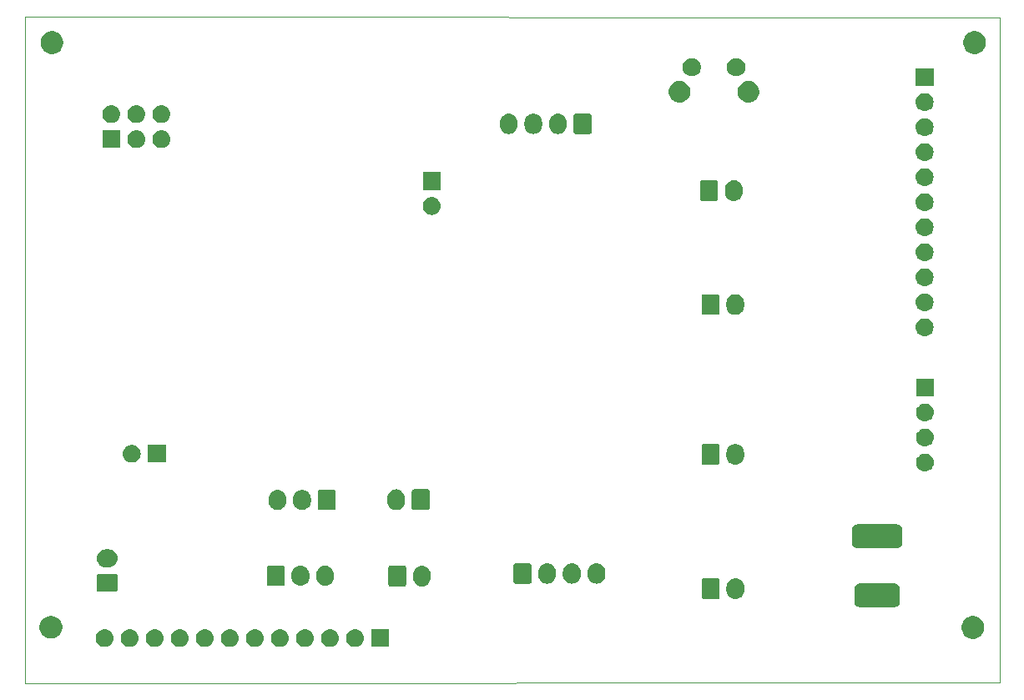
<source format=gbr>
G04 #@! TF.GenerationSoftware,KiCad,Pcbnew,(6.0.0-rc1-dev-1030-g80d50d98b)*
G04 #@! TF.CreationDate,2019-03-21T09:46:57-06:00*
G04 #@! TF.ProjectId,airmed_board_w3.0,6169726D65645F626F6172645F77332E,rev?*
G04 #@! TF.SameCoordinates,Original*
G04 #@! TF.FileFunction,Soldermask,Bot*
G04 #@! TF.FilePolarity,Negative*
%FSLAX46Y46*%
G04 Gerber Fmt 4.6, Leading zero omitted, Abs format (unit mm)*
G04 Created by KiCad (PCBNEW (6.0.0-rc1-dev-1030-g80d50d98b)) date Thursday, March 21, 2019 at 09:46:57 AM*
%MOMM*%
%LPD*%
G01*
G04 APERTURE LIST*
%ADD10C,0.050000*%
%ADD11C,0.020000*%
G04 APERTURE END LIST*
D10*
X145542000Y-146344640D02*
X46598840Y-146410680D01*
X145542000Y-78851760D02*
X145542000Y-146344640D01*
X46664880Y-78765400D02*
X145542000Y-78851760D01*
X46598840Y-146410680D02*
X46664880Y-78765400D01*
D11*
G36*
X83547520Y-142734600D02*
X81745520Y-142734600D01*
X81745520Y-140932600D01*
X83547520Y-140932600D01*
X83547520Y-142734600D01*
X83547520Y-142734600D01*
G37*
G36*
X80216962Y-140939118D02*
X80283147Y-140945637D01*
X80396373Y-140979984D01*
X80452987Y-140997157D01*
X80591607Y-141071252D01*
X80609511Y-141080822D01*
X80629777Y-141097454D01*
X80746706Y-141193414D01*
X80819013Y-141281522D01*
X80859298Y-141330609D01*
X80859299Y-141330611D01*
X80942963Y-141487133D01*
X80942963Y-141487134D01*
X80994483Y-141656973D01*
X81011879Y-141833600D01*
X80994483Y-142010227D01*
X80960136Y-142123453D01*
X80942963Y-142180067D01*
X80868868Y-142318687D01*
X80859298Y-142336591D01*
X80829968Y-142372329D01*
X80746706Y-142473786D01*
X80645249Y-142557048D01*
X80609511Y-142586378D01*
X80609509Y-142586379D01*
X80452987Y-142670043D01*
X80396373Y-142687216D01*
X80283147Y-142721563D01*
X80216962Y-142728082D01*
X80150780Y-142734600D01*
X80062260Y-142734600D01*
X79996078Y-142728082D01*
X79929893Y-142721563D01*
X79816667Y-142687216D01*
X79760053Y-142670043D01*
X79603531Y-142586379D01*
X79603529Y-142586378D01*
X79567791Y-142557048D01*
X79466334Y-142473786D01*
X79383072Y-142372329D01*
X79353742Y-142336591D01*
X79344172Y-142318687D01*
X79270077Y-142180067D01*
X79252904Y-142123453D01*
X79218557Y-142010227D01*
X79201161Y-141833600D01*
X79218557Y-141656973D01*
X79270077Y-141487134D01*
X79270077Y-141487133D01*
X79353741Y-141330611D01*
X79353742Y-141330609D01*
X79394027Y-141281522D01*
X79466334Y-141193414D01*
X79583263Y-141097454D01*
X79603529Y-141080822D01*
X79621433Y-141071252D01*
X79760053Y-140997157D01*
X79816667Y-140979984D01*
X79929893Y-140945637D01*
X79996078Y-140939118D01*
X80062260Y-140932600D01*
X80150780Y-140932600D01*
X80216962Y-140939118D01*
X80216962Y-140939118D01*
G37*
G36*
X77676962Y-140939118D02*
X77743147Y-140945637D01*
X77856373Y-140979984D01*
X77912987Y-140997157D01*
X78051607Y-141071252D01*
X78069511Y-141080822D01*
X78089777Y-141097454D01*
X78206706Y-141193414D01*
X78279013Y-141281522D01*
X78319298Y-141330609D01*
X78319299Y-141330611D01*
X78402963Y-141487133D01*
X78402963Y-141487134D01*
X78454483Y-141656973D01*
X78471879Y-141833600D01*
X78454483Y-142010227D01*
X78420136Y-142123453D01*
X78402963Y-142180067D01*
X78328868Y-142318687D01*
X78319298Y-142336591D01*
X78289968Y-142372329D01*
X78206706Y-142473786D01*
X78105249Y-142557048D01*
X78069511Y-142586378D01*
X78069509Y-142586379D01*
X77912987Y-142670043D01*
X77856373Y-142687216D01*
X77743147Y-142721563D01*
X77676962Y-142728082D01*
X77610780Y-142734600D01*
X77522260Y-142734600D01*
X77456078Y-142728082D01*
X77389893Y-142721563D01*
X77276667Y-142687216D01*
X77220053Y-142670043D01*
X77063531Y-142586379D01*
X77063529Y-142586378D01*
X77027791Y-142557048D01*
X76926334Y-142473786D01*
X76843072Y-142372329D01*
X76813742Y-142336591D01*
X76804172Y-142318687D01*
X76730077Y-142180067D01*
X76712904Y-142123453D01*
X76678557Y-142010227D01*
X76661161Y-141833600D01*
X76678557Y-141656973D01*
X76730077Y-141487134D01*
X76730077Y-141487133D01*
X76813741Y-141330611D01*
X76813742Y-141330609D01*
X76854027Y-141281522D01*
X76926334Y-141193414D01*
X77043263Y-141097454D01*
X77063529Y-141080822D01*
X77081433Y-141071252D01*
X77220053Y-140997157D01*
X77276667Y-140979984D01*
X77389893Y-140945637D01*
X77456078Y-140939118D01*
X77522260Y-140932600D01*
X77610780Y-140932600D01*
X77676962Y-140939118D01*
X77676962Y-140939118D01*
G37*
G36*
X75136962Y-140939118D02*
X75203147Y-140945637D01*
X75316373Y-140979984D01*
X75372987Y-140997157D01*
X75511607Y-141071252D01*
X75529511Y-141080822D01*
X75549777Y-141097454D01*
X75666706Y-141193414D01*
X75739013Y-141281522D01*
X75779298Y-141330609D01*
X75779299Y-141330611D01*
X75862963Y-141487133D01*
X75862963Y-141487134D01*
X75914483Y-141656973D01*
X75931879Y-141833600D01*
X75914483Y-142010227D01*
X75880136Y-142123453D01*
X75862963Y-142180067D01*
X75788868Y-142318687D01*
X75779298Y-142336591D01*
X75749968Y-142372329D01*
X75666706Y-142473786D01*
X75565249Y-142557048D01*
X75529511Y-142586378D01*
X75529509Y-142586379D01*
X75372987Y-142670043D01*
X75316373Y-142687216D01*
X75203147Y-142721563D01*
X75136962Y-142728082D01*
X75070780Y-142734600D01*
X74982260Y-142734600D01*
X74916078Y-142728082D01*
X74849893Y-142721563D01*
X74736667Y-142687216D01*
X74680053Y-142670043D01*
X74523531Y-142586379D01*
X74523529Y-142586378D01*
X74487791Y-142557048D01*
X74386334Y-142473786D01*
X74303072Y-142372329D01*
X74273742Y-142336591D01*
X74264172Y-142318687D01*
X74190077Y-142180067D01*
X74172904Y-142123453D01*
X74138557Y-142010227D01*
X74121161Y-141833600D01*
X74138557Y-141656973D01*
X74190077Y-141487134D01*
X74190077Y-141487133D01*
X74273741Y-141330611D01*
X74273742Y-141330609D01*
X74314027Y-141281522D01*
X74386334Y-141193414D01*
X74503263Y-141097454D01*
X74523529Y-141080822D01*
X74541433Y-141071252D01*
X74680053Y-140997157D01*
X74736667Y-140979984D01*
X74849893Y-140945637D01*
X74916078Y-140939118D01*
X74982260Y-140932600D01*
X75070780Y-140932600D01*
X75136962Y-140939118D01*
X75136962Y-140939118D01*
G37*
G36*
X72596962Y-140939118D02*
X72663147Y-140945637D01*
X72776373Y-140979984D01*
X72832987Y-140997157D01*
X72971607Y-141071252D01*
X72989511Y-141080822D01*
X73009777Y-141097454D01*
X73126706Y-141193414D01*
X73199013Y-141281522D01*
X73239298Y-141330609D01*
X73239299Y-141330611D01*
X73322963Y-141487133D01*
X73322963Y-141487134D01*
X73374483Y-141656973D01*
X73391879Y-141833600D01*
X73374483Y-142010227D01*
X73340136Y-142123453D01*
X73322963Y-142180067D01*
X73248868Y-142318687D01*
X73239298Y-142336591D01*
X73209968Y-142372329D01*
X73126706Y-142473786D01*
X73025249Y-142557048D01*
X72989511Y-142586378D01*
X72989509Y-142586379D01*
X72832987Y-142670043D01*
X72776373Y-142687216D01*
X72663147Y-142721563D01*
X72596962Y-142728082D01*
X72530780Y-142734600D01*
X72442260Y-142734600D01*
X72376078Y-142728082D01*
X72309893Y-142721563D01*
X72196667Y-142687216D01*
X72140053Y-142670043D01*
X71983531Y-142586379D01*
X71983529Y-142586378D01*
X71947791Y-142557048D01*
X71846334Y-142473786D01*
X71763072Y-142372329D01*
X71733742Y-142336591D01*
X71724172Y-142318687D01*
X71650077Y-142180067D01*
X71632904Y-142123453D01*
X71598557Y-142010227D01*
X71581161Y-141833600D01*
X71598557Y-141656973D01*
X71650077Y-141487134D01*
X71650077Y-141487133D01*
X71733741Y-141330611D01*
X71733742Y-141330609D01*
X71774027Y-141281522D01*
X71846334Y-141193414D01*
X71963263Y-141097454D01*
X71983529Y-141080822D01*
X72001433Y-141071252D01*
X72140053Y-140997157D01*
X72196667Y-140979984D01*
X72309893Y-140945637D01*
X72376078Y-140939118D01*
X72442260Y-140932600D01*
X72530780Y-140932600D01*
X72596962Y-140939118D01*
X72596962Y-140939118D01*
G37*
G36*
X70056962Y-140939118D02*
X70123147Y-140945637D01*
X70236373Y-140979984D01*
X70292987Y-140997157D01*
X70431607Y-141071252D01*
X70449511Y-141080822D01*
X70469777Y-141097454D01*
X70586706Y-141193414D01*
X70659013Y-141281522D01*
X70699298Y-141330609D01*
X70699299Y-141330611D01*
X70782963Y-141487133D01*
X70782963Y-141487134D01*
X70834483Y-141656973D01*
X70851879Y-141833600D01*
X70834483Y-142010227D01*
X70800136Y-142123453D01*
X70782963Y-142180067D01*
X70708868Y-142318687D01*
X70699298Y-142336591D01*
X70669968Y-142372329D01*
X70586706Y-142473786D01*
X70485249Y-142557048D01*
X70449511Y-142586378D01*
X70449509Y-142586379D01*
X70292987Y-142670043D01*
X70236373Y-142687216D01*
X70123147Y-142721563D01*
X70056962Y-142728082D01*
X69990780Y-142734600D01*
X69902260Y-142734600D01*
X69836078Y-142728082D01*
X69769893Y-142721563D01*
X69656667Y-142687216D01*
X69600053Y-142670043D01*
X69443531Y-142586379D01*
X69443529Y-142586378D01*
X69407791Y-142557048D01*
X69306334Y-142473786D01*
X69223072Y-142372329D01*
X69193742Y-142336591D01*
X69184172Y-142318687D01*
X69110077Y-142180067D01*
X69092904Y-142123453D01*
X69058557Y-142010227D01*
X69041161Y-141833600D01*
X69058557Y-141656973D01*
X69110077Y-141487134D01*
X69110077Y-141487133D01*
X69193741Y-141330611D01*
X69193742Y-141330609D01*
X69234027Y-141281522D01*
X69306334Y-141193414D01*
X69423263Y-141097454D01*
X69443529Y-141080822D01*
X69461433Y-141071252D01*
X69600053Y-140997157D01*
X69656667Y-140979984D01*
X69769893Y-140945637D01*
X69836078Y-140939118D01*
X69902260Y-140932600D01*
X69990780Y-140932600D01*
X70056962Y-140939118D01*
X70056962Y-140939118D01*
G37*
G36*
X67516962Y-140939118D02*
X67583147Y-140945637D01*
X67696373Y-140979984D01*
X67752987Y-140997157D01*
X67891607Y-141071252D01*
X67909511Y-141080822D01*
X67929777Y-141097454D01*
X68046706Y-141193414D01*
X68119013Y-141281522D01*
X68159298Y-141330609D01*
X68159299Y-141330611D01*
X68242963Y-141487133D01*
X68242963Y-141487134D01*
X68294483Y-141656973D01*
X68311879Y-141833600D01*
X68294483Y-142010227D01*
X68260136Y-142123453D01*
X68242963Y-142180067D01*
X68168868Y-142318687D01*
X68159298Y-142336591D01*
X68129968Y-142372329D01*
X68046706Y-142473786D01*
X67945249Y-142557048D01*
X67909511Y-142586378D01*
X67909509Y-142586379D01*
X67752987Y-142670043D01*
X67696373Y-142687216D01*
X67583147Y-142721563D01*
X67516962Y-142728082D01*
X67450780Y-142734600D01*
X67362260Y-142734600D01*
X67296078Y-142728082D01*
X67229893Y-142721563D01*
X67116667Y-142687216D01*
X67060053Y-142670043D01*
X66903531Y-142586379D01*
X66903529Y-142586378D01*
X66867791Y-142557048D01*
X66766334Y-142473786D01*
X66683072Y-142372329D01*
X66653742Y-142336591D01*
X66644172Y-142318687D01*
X66570077Y-142180067D01*
X66552904Y-142123453D01*
X66518557Y-142010227D01*
X66501161Y-141833600D01*
X66518557Y-141656973D01*
X66570077Y-141487134D01*
X66570077Y-141487133D01*
X66653741Y-141330611D01*
X66653742Y-141330609D01*
X66694027Y-141281522D01*
X66766334Y-141193414D01*
X66883263Y-141097454D01*
X66903529Y-141080822D01*
X66921433Y-141071252D01*
X67060053Y-140997157D01*
X67116667Y-140979984D01*
X67229893Y-140945637D01*
X67296078Y-140939118D01*
X67362260Y-140932600D01*
X67450780Y-140932600D01*
X67516962Y-140939118D01*
X67516962Y-140939118D01*
G37*
G36*
X64976962Y-140939118D02*
X65043147Y-140945637D01*
X65156373Y-140979984D01*
X65212987Y-140997157D01*
X65351607Y-141071252D01*
X65369511Y-141080822D01*
X65389777Y-141097454D01*
X65506706Y-141193414D01*
X65579013Y-141281522D01*
X65619298Y-141330609D01*
X65619299Y-141330611D01*
X65702963Y-141487133D01*
X65702963Y-141487134D01*
X65754483Y-141656973D01*
X65771879Y-141833600D01*
X65754483Y-142010227D01*
X65720136Y-142123453D01*
X65702963Y-142180067D01*
X65628868Y-142318687D01*
X65619298Y-142336591D01*
X65589968Y-142372329D01*
X65506706Y-142473786D01*
X65405249Y-142557048D01*
X65369511Y-142586378D01*
X65369509Y-142586379D01*
X65212987Y-142670043D01*
X65156373Y-142687216D01*
X65043147Y-142721563D01*
X64976962Y-142728082D01*
X64910780Y-142734600D01*
X64822260Y-142734600D01*
X64756078Y-142728082D01*
X64689893Y-142721563D01*
X64576667Y-142687216D01*
X64520053Y-142670043D01*
X64363531Y-142586379D01*
X64363529Y-142586378D01*
X64327791Y-142557048D01*
X64226334Y-142473786D01*
X64143072Y-142372329D01*
X64113742Y-142336591D01*
X64104172Y-142318687D01*
X64030077Y-142180067D01*
X64012904Y-142123453D01*
X63978557Y-142010227D01*
X63961161Y-141833600D01*
X63978557Y-141656973D01*
X64030077Y-141487134D01*
X64030077Y-141487133D01*
X64113741Y-141330611D01*
X64113742Y-141330609D01*
X64154027Y-141281522D01*
X64226334Y-141193414D01*
X64343263Y-141097454D01*
X64363529Y-141080822D01*
X64381433Y-141071252D01*
X64520053Y-140997157D01*
X64576667Y-140979984D01*
X64689893Y-140945637D01*
X64756078Y-140939118D01*
X64822260Y-140932600D01*
X64910780Y-140932600D01*
X64976962Y-140939118D01*
X64976962Y-140939118D01*
G37*
G36*
X62436962Y-140939118D02*
X62503147Y-140945637D01*
X62616373Y-140979984D01*
X62672987Y-140997157D01*
X62811607Y-141071252D01*
X62829511Y-141080822D01*
X62849777Y-141097454D01*
X62966706Y-141193414D01*
X63039013Y-141281522D01*
X63079298Y-141330609D01*
X63079299Y-141330611D01*
X63162963Y-141487133D01*
X63162963Y-141487134D01*
X63214483Y-141656973D01*
X63231879Y-141833600D01*
X63214483Y-142010227D01*
X63180136Y-142123453D01*
X63162963Y-142180067D01*
X63088868Y-142318687D01*
X63079298Y-142336591D01*
X63049968Y-142372329D01*
X62966706Y-142473786D01*
X62865249Y-142557048D01*
X62829511Y-142586378D01*
X62829509Y-142586379D01*
X62672987Y-142670043D01*
X62616373Y-142687216D01*
X62503147Y-142721563D01*
X62436962Y-142728082D01*
X62370780Y-142734600D01*
X62282260Y-142734600D01*
X62216078Y-142728082D01*
X62149893Y-142721563D01*
X62036667Y-142687216D01*
X61980053Y-142670043D01*
X61823531Y-142586379D01*
X61823529Y-142586378D01*
X61787791Y-142557048D01*
X61686334Y-142473786D01*
X61603072Y-142372329D01*
X61573742Y-142336591D01*
X61564172Y-142318687D01*
X61490077Y-142180067D01*
X61472904Y-142123453D01*
X61438557Y-142010227D01*
X61421161Y-141833600D01*
X61438557Y-141656973D01*
X61490077Y-141487134D01*
X61490077Y-141487133D01*
X61573741Y-141330611D01*
X61573742Y-141330609D01*
X61614027Y-141281522D01*
X61686334Y-141193414D01*
X61803263Y-141097454D01*
X61823529Y-141080822D01*
X61841433Y-141071252D01*
X61980053Y-140997157D01*
X62036667Y-140979984D01*
X62149893Y-140945637D01*
X62216078Y-140939118D01*
X62282260Y-140932600D01*
X62370780Y-140932600D01*
X62436962Y-140939118D01*
X62436962Y-140939118D01*
G37*
G36*
X59896962Y-140939118D02*
X59963147Y-140945637D01*
X60076373Y-140979984D01*
X60132987Y-140997157D01*
X60271607Y-141071252D01*
X60289511Y-141080822D01*
X60309777Y-141097454D01*
X60426706Y-141193414D01*
X60499013Y-141281522D01*
X60539298Y-141330609D01*
X60539299Y-141330611D01*
X60622963Y-141487133D01*
X60622963Y-141487134D01*
X60674483Y-141656973D01*
X60691879Y-141833600D01*
X60674483Y-142010227D01*
X60640136Y-142123453D01*
X60622963Y-142180067D01*
X60548868Y-142318687D01*
X60539298Y-142336591D01*
X60509968Y-142372329D01*
X60426706Y-142473786D01*
X60325249Y-142557048D01*
X60289511Y-142586378D01*
X60289509Y-142586379D01*
X60132987Y-142670043D01*
X60076373Y-142687216D01*
X59963147Y-142721563D01*
X59896962Y-142728082D01*
X59830780Y-142734600D01*
X59742260Y-142734600D01*
X59676078Y-142728082D01*
X59609893Y-142721563D01*
X59496667Y-142687216D01*
X59440053Y-142670043D01*
X59283531Y-142586379D01*
X59283529Y-142586378D01*
X59247791Y-142557048D01*
X59146334Y-142473786D01*
X59063072Y-142372329D01*
X59033742Y-142336591D01*
X59024172Y-142318687D01*
X58950077Y-142180067D01*
X58932904Y-142123453D01*
X58898557Y-142010227D01*
X58881161Y-141833600D01*
X58898557Y-141656973D01*
X58950077Y-141487134D01*
X58950077Y-141487133D01*
X59033741Y-141330611D01*
X59033742Y-141330609D01*
X59074027Y-141281522D01*
X59146334Y-141193414D01*
X59263263Y-141097454D01*
X59283529Y-141080822D01*
X59301433Y-141071252D01*
X59440053Y-140997157D01*
X59496667Y-140979984D01*
X59609893Y-140945637D01*
X59676078Y-140939118D01*
X59742260Y-140932600D01*
X59830780Y-140932600D01*
X59896962Y-140939118D01*
X59896962Y-140939118D01*
G37*
G36*
X57356962Y-140939118D02*
X57423147Y-140945637D01*
X57536373Y-140979984D01*
X57592987Y-140997157D01*
X57731607Y-141071252D01*
X57749511Y-141080822D01*
X57769777Y-141097454D01*
X57886706Y-141193414D01*
X57959013Y-141281522D01*
X57999298Y-141330609D01*
X57999299Y-141330611D01*
X58082963Y-141487133D01*
X58082963Y-141487134D01*
X58134483Y-141656973D01*
X58151879Y-141833600D01*
X58134483Y-142010227D01*
X58100136Y-142123453D01*
X58082963Y-142180067D01*
X58008868Y-142318687D01*
X57999298Y-142336591D01*
X57969968Y-142372329D01*
X57886706Y-142473786D01*
X57785249Y-142557048D01*
X57749511Y-142586378D01*
X57749509Y-142586379D01*
X57592987Y-142670043D01*
X57536373Y-142687216D01*
X57423147Y-142721563D01*
X57356962Y-142728082D01*
X57290780Y-142734600D01*
X57202260Y-142734600D01*
X57136078Y-142728082D01*
X57069893Y-142721563D01*
X56956667Y-142687216D01*
X56900053Y-142670043D01*
X56743531Y-142586379D01*
X56743529Y-142586378D01*
X56707791Y-142557048D01*
X56606334Y-142473786D01*
X56523072Y-142372329D01*
X56493742Y-142336591D01*
X56484172Y-142318687D01*
X56410077Y-142180067D01*
X56392904Y-142123453D01*
X56358557Y-142010227D01*
X56341161Y-141833600D01*
X56358557Y-141656973D01*
X56410077Y-141487134D01*
X56410077Y-141487133D01*
X56493741Y-141330611D01*
X56493742Y-141330609D01*
X56534027Y-141281522D01*
X56606334Y-141193414D01*
X56723263Y-141097454D01*
X56743529Y-141080822D01*
X56761433Y-141071252D01*
X56900053Y-140997157D01*
X56956667Y-140979984D01*
X57069893Y-140945637D01*
X57136078Y-140939118D01*
X57202260Y-140932600D01*
X57290780Y-140932600D01*
X57356962Y-140939118D01*
X57356962Y-140939118D01*
G37*
G36*
X54816962Y-140939118D02*
X54883147Y-140945637D01*
X54996373Y-140979984D01*
X55052987Y-140997157D01*
X55191607Y-141071252D01*
X55209511Y-141080822D01*
X55229777Y-141097454D01*
X55346706Y-141193414D01*
X55419013Y-141281522D01*
X55459298Y-141330609D01*
X55459299Y-141330611D01*
X55542963Y-141487133D01*
X55542963Y-141487134D01*
X55594483Y-141656973D01*
X55611879Y-141833600D01*
X55594483Y-142010227D01*
X55560136Y-142123453D01*
X55542963Y-142180067D01*
X55468868Y-142318687D01*
X55459298Y-142336591D01*
X55429968Y-142372329D01*
X55346706Y-142473786D01*
X55245249Y-142557048D01*
X55209511Y-142586378D01*
X55209509Y-142586379D01*
X55052987Y-142670043D01*
X54996373Y-142687216D01*
X54883147Y-142721563D01*
X54816962Y-142728082D01*
X54750780Y-142734600D01*
X54662260Y-142734600D01*
X54596078Y-142728082D01*
X54529893Y-142721563D01*
X54416667Y-142687216D01*
X54360053Y-142670043D01*
X54203531Y-142586379D01*
X54203529Y-142586378D01*
X54167791Y-142557048D01*
X54066334Y-142473786D01*
X53983072Y-142372329D01*
X53953742Y-142336591D01*
X53944172Y-142318687D01*
X53870077Y-142180067D01*
X53852904Y-142123453D01*
X53818557Y-142010227D01*
X53801161Y-141833600D01*
X53818557Y-141656973D01*
X53870077Y-141487134D01*
X53870077Y-141487133D01*
X53953741Y-141330611D01*
X53953742Y-141330609D01*
X53994027Y-141281522D01*
X54066334Y-141193414D01*
X54183263Y-141097454D01*
X54203529Y-141080822D01*
X54221433Y-141071252D01*
X54360053Y-140997157D01*
X54416667Y-140979984D01*
X54529893Y-140945637D01*
X54596078Y-140939118D01*
X54662260Y-140932600D01*
X54750780Y-140932600D01*
X54816962Y-140939118D01*
X54816962Y-140939118D01*
G37*
G36*
X143134534Y-139654952D02*
X143344002Y-139741716D01*
X143532523Y-139867682D01*
X143692838Y-140027997D01*
X143818804Y-140216518D01*
X143905568Y-140425986D01*
X143949800Y-140648355D01*
X143949800Y-140875085D01*
X143905568Y-141097454D01*
X143818804Y-141306922D01*
X143692838Y-141495443D01*
X143532523Y-141655758D01*
X143344002Y-141781724D01*
X143134534Y-141868488D01*
X142912165Y-141912720D01*
X142685435Y-141912720D01*
X142463066Y-141868488D01*
X142253598Y-141781724D01*
X142065077Y-141655758D01*
X141904762Y-141495443D01*
X141778796Y-141306922D01*
X141692032Y-141097454D01*
X141647800Y-140875085D01*
X141647800Y-140648355D01*
X141692032Y-140425986D01*
X141778796Y-140216518D01*
X141904762Y-140027997D01*
X142065077Y-139867682D01*
X142253598Y-139741716D01*
X142463066Y-139654952D01*
X142685435Y-139610720D01*
X142912165Y-139610720D01*
X143134534Y-139654952D01*
X143134534Y-139654952D01*
G37*
G36*
X49596494Y-139629552D02*
X49805962Y-139716316D01*
X49994483Y-139842282D01*
X50154798Y-140002597D01*
X50280764Y-140191118D01*
X50367528Y-140400586D01*
X50411760Y-140622955D01*
X50411760Y-140849685D01*
X50367528Y-141072054D01*
X50280764Y-141281522D01*
X50154798Y-141470043D01*
X49994483Y-141630358D01*
X49805962Y-141756324D01*
X49596494Y-141843088D01*
X49374125Y-141887320D01*
X49147395Y-141887320D01*
X48925026Y-141843088D01*
X48715558Y-141756324D01*
X48527037Y-141630358D01*
X48366722Y-141470043D01*
X48240756Y-141281522D01*
X48153992Y-141072054D01*
X48109760Y-140849685D01*
X48109760Y-140622955D01*
X48153992Y-140400586D01*
X48240756Y-140191118D01*
X48366722Y-140002597D01*
X48527037Y-139842282D01*
X48715558Y-139716316D01*
X48925026Y-139629552D01*
X49147395Y-139585320D01*
X49374125Y-139585320D01*
X49596494Y-139629552D01*
X49596494Y-139629552D01*
G37*
G36*
X134943522Y-136306490D02*
X135044330Y-136337071D01*
X135137239Y-136386732D01*
X135218676Y-136453564D01*
X135285508Y-136535001D01*
X135335169Y-136627910D01*
X135365750Y-136728718D01*
X135376680Y-136839700D01*
X135376680Y-138153420D01*
X135365750Y-138264402D01*
X135335169Y-138365210D01*
X135285508Y-138458119D01*
X135218676Y-138539556D01*
X135137239Y-138606388D01*
X135044330Y-138656049D01*
X134943522Y-138686630D01*
X134832540Y-138697560D01*
X131318820Y-138697560D01*
X131207838Y-138686630D01*
X131107030Y-138656049D01*
X131014121Y-138606388D01*
X130932684Y-138539556D01*
X130865852Y-138458119D01*
X130816191Y-138365210D01*
X130785610Y-138264402D01*
X130774680Y-138153420D01*
X130774680Y-136839700D01*
X130785610Y-136728718D01*
X130816191Y-136627910D01*
X130865852Y-136535001D01*
X130932684Y-136453564D01*
X131014121Y-136386732D01*
X131107030Y-136337071D01*
X131207838Y-136306490D01*
X131318820Y-136295560D01*
X134832540Y-136295560D01*
X134943522Y-136306490D01*
X134943522Y-136306490D01*
G37*
G36*
X118874006Y-135791837D02*
X118987232Y-135826184D01*
X119043846Y-135843357D01*
X119200369Y-135927021D01*
X119337566Y-136039614D01*
X119416828Y-136136196D01*
X119450158Y-136176809D01*
X119450159Y-136176811D01*
X119533823Y-136333333D01*
X119546915Y-136376491D01*
X119585343Y-136503173D01*
X119591180Y-136562440D01*
X119594872Y-136599919D01*
X119598380Y-136635542D01*
X119598380Y-137024057D01*
X119585343Y-137156426D01*
X119533823Y-137326266D01*
X119450158Y-137482791D01*
X119450157Y-137482792D01*
X119337566Y-137619986D01*
X119242631Y-137697896D01*
X119200371Y-137732578D01*
X119200369Y-137732579D01*
X119043847Y-137816243D01*
X119003114Y-137828599D01*
X118874007Y-137867763D01*
X118697380Y-137885159D01*
X118520754Y-137867763D01*
X118391647Y-137828599D01*
X118350914Y-137816243D01*
X118194392Y-137732579D01*
X118194390Y-137732578D01*
X118057196Y-137619986D01*
X118057192Y-137619983D01*
X117944602Y-137482792D01*
X117860937Y-137326267D01*
X117843764Y-137269653D01*
X117809417Y-137156427D01*
X117797679Y-137037249D01*
X117796380Y-137024060D01*
X117796380Y-136635541D01*
X117807769Y-136519908D01*
X117809417Y-136503174D01*
X117858530Y-136341270D01*
X117860937Y-136333334D01*
X117944601Y-136176811D01*
X118057194Y-136039614D01*
X118158651Y-135956352D01*
X118194389Y-135927022D01*
X118212293Y-135917452D01*
X118350913Y-135843357D01*
X118407527Y-135826184D01*
X118520753Y-135791837D01*
X118697380Y-135774441D01*
X118874006Y-135791837D01*
X118874006Y-135791837D01*
G37*
G36*
X116955980Y-135782789D02*
X116989029Y-135792814D01*
X117019486Y-135809094D01*
X117046179Y-135831001D01*
X117068086Y-135857694D01*
X117084366Y-135888151D01*
X117094391Y-135921200D01*
X117098380Y-135961704D01*
X117098380Y-137697896D01*
X117094391Y-137738400D01*
X117084366Y-137771449D01*
X117068086Y-137801906D01*
X117046179Y-137828599D01*
X117019486Y-137850506D01*
X116989029Y-137866786D01*
X116955980Y-137876811D01*
X116915476Y-137880800D01*
X115479284Y-137880800D01*
X115438780Y-137876811D01*
X115405731Y-137866786D01*
X115375274Y-137850506D01*
X115348581Y-137828599D01*
X115326674Y-137801906D01*
X115310394Y-137771449D01*
X115300369Y-137738400D01*
X115296380Y-137697896D01*
X115296380Y-135961704D01*
X115300369Y-135921200D01*
X115310394Y-135888151D01*
X115326674Y-135857694D01*
X115348581Y-135831001D01*
X115375274Y-135809094D01*
X115405731Y-135792814D01*
X115438780Y-135782789D01*
X115479284Y-135778800D01*
X116915476Y-135778800D01*
X116955980Y-135782789D01*
X116955980Y-135782789D01*
G37*
G36*
X55874200Y-135348589D02*
X55907249Y-135358614D01*
X55937706Y-135374894D01*
X55964399Y-135396801D01*
X55986306Y-135423494D01*
X56002586Y-135453951D01*
X56012611Y-135487000D01*
X56016600Y-135527504D01*
X56016600Y-136963696D01*
X56012611Y-137004200D01*
X56002586Y-137037249D01*
X55986306Y-137067706D01*
X55964399Y-137094399D01*
X55937706Y-137116306D01*
X55907249Y-137132586D01*
X55874200Y-137142611D01*
X55833696Y-137146600D01*
X54097504Y-137146600D01*
X54057000Y-137142611D01*
X54023951Y-137132586D01*
X53993494Y-137116306D01*
X53966801Y-137094399D01*
X53944894Y-137067706D01*
X53928614Y-137037249D01*
X53918589Y-137004200D01*
X53914600Y-136963696D01*
X53914600Y-135527504D01*
X53918589Y-135487000D01*
X53928614Y-135453951D01*
X53944894Y-135423494D01*
X53966801Y-135396801D01*
X53993494Y-135374894D01*
X54023951Y-135358614D01*
X54057000Y-135348589D01*
X54097504Y-135344600D01*
X55833696Y-135344600D01*
X55874200Y-135348589D01*
X55874200Y-135348589D01*
G37*
G36*
X87075746Y-134506597D02*
X87186787Y-134540281D01*
X87245586Y-134558117D01*
X87402109Y-134641781D01*
X87539306Y-134754374D01*
X87622568Y-134855831D01*
X87651898Y-134891569D01*
X87651899Y-134891571D01*
X87735563Y-135048093D01*
X87752736Y-135104707D01*
X87787083Y-135217933D01*
X87787083Y-135217935D01*
X87799581Y-135344823D01*
X87800120Y-135350302D01*
X87800120Y-135738817D01*
X87787083Y-135871186D01*
X87735563Y-136041026D01*
X87651898Y-136197551D01*
X87641887Y-136209749D01*
X87539306Y-136334746D01*
X87444371Y-136412656D01*
X87402111Y-136447338D01*
X87402109Y-136447339D01*
X87245587Y-136531003D01*
X87188973Y-136548176D01*
X87075747Y-136582523D01*
X86899120Y-136599919D01*
X86722494Y-136582523D01*
X86609268Y-136548176D01*
X86552654Y-136531003D01*
X86396132Y-136447339D01*
X86396130Y-136447338D01*
X86286267Y-136357176D01*
X86258932Y-136334743D01*
X86146342Y-136197552D01*
X86062677Y-136041027D01*
X86032756Y-135942389D01*
X86011157Y-135871187D01*
X86002058Y-135778800D01*
X85998120Y-135738820D01*
X85998120Y-135350301D01*
X86011157Y-135217936D01*
X86011157Y-135217934D01*
X86062677Y-135048095D01*
X86062677Y-135048094D01*
X86146341Y-134891571D01*
X86258934Y-134754374D01*
X86367705Y-134665109D01*
X86396129Y-134641782D01*
X86417273Y-134630480D01*
X86552653Y-134558117D01*
X86611452Y-134540281D01*
X86722493Y-134506597D01*
X86899120Y-134489201D01*
X87075746Y-134506597D01*
X87075746Y-134506597D01*
G37*
G36*
X85157720Y-134497549D02*
X85190769Y-134507574D01*
X85221226Y-134523854D01*
X85247919Y-134545761D01*
X85269826Y-134572454D01*
X85286106Y-134602911D01*
X85296131Y-134635960D01*
X85300120Y-134676464D01*
X85300120Y-136412656D01*
X85296131Y-136453160D01*
X85286106Y-136486209D01*
X85269826Y-136516666D01*
X85247919Y-136543359D01*
X85221226Y-136565266D01*
X85190769Y-136581546D01*
X85157720Y-136591571D01*
X85117216Y-136595560D01*
X83681024Y-136595560D01*
X83640520Y-136591571D01*
X83607471Y-136581546D01*
X83577014Y-136565266D01*
X83550321Y-136543359D01*
X83528414Y-136516666D01*
X83512134Y-136486209D01*
X83502109Y-136453160D01*
X83498120Y-136412656D01*
X83498120Y-134676464D01*
X83502109Y-134635960D01*
X83512134Y-134602911D01*
X83528414Y-134572454D01*
X83550321Y-134545761D01*
X83577014Y-134523854D01*
X83607471Y-134507574D01*
X83640520Y-134497549D01*
X83681024Y-134493560D01*
X85117216Y-134493560D01*
X85157720Y-134497549D01*
X85157720Y-134497549D01*
G37*
G36*
X77251666Y-134501117D02*
X77364892Y-134535464D01*
X77421506Y-134552637D01*
X77578029Y-134636301D01*
X77715226Y-134748894D01*
X77774920Y-134821633D01*
X77827818Y-134886089D01*
X77827819Y-134886091D01*
X77911483Y-135042613D01*
X77913146Y-135048095D01*
X77963003Y-135212453D01*
X77963003Y-135212455D01*
X77976040Y-135344820D01*
X77976040Y-135683339D01*
X77969522Y-135749521D01*
X77963003Y-135815706D01*
X77911483Y-135985546D01*
X77827818Y-136142071D01*
X77799309Y-136176809D01*
X77715226Y-136279266D01*
X77620291Y-136357176D01*
X77578031Y-136391858D01*
X77578029Y-136391859D01*
X77421507Y-136475523D01*
X77386279Y-136486209D01*
X77251667Y-136527043D01*
X77075040Y-136544439D01*
X76898414Y-136527043D01*
X76763802Y-136486209D01*
X76728574Y-136475523D01*
X76572052Y-136391859D01*
X76572050Y-136391858D01*
X76477189Y-136314008D01*
X76434852Y-136279263D01*
X76322262Y-136142072D01*
X76238597Y-135985547D01*
X76203907Y-135871187D01*
X76187077Y-135815707D01*
X76174040Y-135683338D01*
X76174040Y-135344823D01*
X76187077Y-135212454D01*
X76221424Y-135099228D01*
X76238597Y-135042614D01*
X76322261Y-134886091D01*
X76434854Y-134748894D01*
X76546647Y-134657149D01*
X76572049Y-134636302D01*
X76618760Y-134611334D01*
X76728573Y-134552637D01*
X76785187Y-134535464D01*
X76898413Y-134501117D01*
X77075040Y-134483721D01*
X77251666Y-134501117D01*
X77251666Y-134501117D01*
G37*
G36*
X74751666Y-134501117D02*
X74864892Y-134535464D01*
X74921506Y-134552637D01*
X75078029Y-134636301D01*
X75215226Y-134748894D01*
X75274920Y-134821633D01*
X75327818Y-134886089D01*
X75327819Y-134886091D01*
X75411483Y-135042613D01*
X75413146Y-135048095D01*
X75463003Y-135212453D01*
X75463003Y-135212455D01*
X75476040Y-135344820D01*
X75476040Y-135683339D01*
X75469522Y-135749521D01*
X75463003Y-135815706D01*
X75411483Y-135985546D01*
X75327818Y-136142071D01*
X75299309Y-136176809D01*
X75215226Y-136279266D01*
X75120291Y-136357176D01*
X75078031Y-136391858D01*
X75078029Y-136391859D01*
X74921507Y-136475523D01*
X74886279Y-136486209D01*
X74751667Y-136527043D01*
X74575040Y-136544439D01*
X74398414Y-136527043D01*
X74263802Y-136486209D01*
X74228574Y-136475523D01*
X74072052Y-136391859D01*
X74072050Y-136391858D01*
X73977189Y-136314008D01*
X73934852Y-136279263D01*
X73822262Y-136142072D01*
X73738597Y-135985547D01*
X73703907Y-135871187D01*
X73687077Y-135815707D01*
X73674040Y-135683338D01*
X73674040Y-135344823D01*
X73687077Y-135212454D01*
X73721424Y-135099228D01*
X73738597Y-135042614D01*
X73822261Y-134886091D01*
X73934854Y-134748894D01*
X74046647Y-134657149D01*
X74072049Y-134636302D01*
X74118760Y-134611334D01*
X74228573Y-134552637D01*
X74285187Y-134535464D01*
X74398413Y-134501117D01*
X74575040Y-134483721D01*
X74751666Y-134501117D01*
X74751666Y-134501117D01*
G37*
G36*
X72833640Y-134492069D02*
X72866689Y-134502094D01*
X72897146Y-134518374D01*
X72923839Y-134540281D01*
X72945746Y-134566974D01*
X72962026Y-134597431D01*
X72972051Y-134630480D01*
X72976040Y-134670984D01*
X72976040Y-136357176D01*
X72972051Y-136397680D01*
X72962026Y-136430729D01*
X72945746Y-136461186D01*
X72923839Y-136487879D01*
X72897146Y-136509786D01*
X72866689Y-136526066D01*
X72833640Y-136536091D01*
X72793136Y-136540080D01*
X71356944Y-136540080D01*
X71316440Y-136536091D01*
X71283391Y-136526066D01*
X71252934Y-136509786D01*
X71226241Y-136487879D01*
X71204334Y-136461186D01*
X71188054Y-136430729D01*
X71178029Y-136397680D01*
X71174040Y-136357176D01*
X71174040Y-134670984D01*
X71178029Y-134630480D01*
X71188054Y-134597431D01*
X71204334Y-134566974D01*
X71226241Y-134540281D01*
X71252934Y-134518374D01*
X71283391Y-134502094D01*
X71316440Y-134492069D01*
X71356944Y-134488080D01*
X72793136Y-134488080D01*
X72833640Y-134492069D01*
X72833640Y-134492069D01*
G37*
G36*
X104780826Y-134280137D02*
X104894052Y-134314484D01*
X104950666Y-134331657D01*
X105107189Y-134415321D01*
X105244386Y-134527914D01*
X105312846Y-134611334D01*
X105356978Y-134665109D01*
X105356979Y-134665111D01*
X105440643Y-134821633D01*
X105457816Y-134878247D01*
X105492163Y-134991473D01*
X105492163Y-134991475D01*
X105505200Y-135123840D01*
X105505200Y-135462359D01*
X105502773Y-135487000D01*
X105492163Y-135594726D01*
X105440643Y-135764566D01*
X105356978Y-135921091D01*
X105339499Y-135942389D01*
X105244386Y-136058286D01*
X105149451Y-136136196D01*
X105107191Y-136170878D01*
X105107189Y-136170879D01*
X104950667Y-136254543D01*
X104909934Y-136266899D01*
X104780827Y-136306063D01*
X104604200Y-136323459D01*
X104427574Y-136306063D01*
X104298467Y-136266899D01*
X104257734Y-136254543D01*
X104101212Y-136170879D01*
X104101210Y-136170878D01*
X103964016Y-136058286D01*
X103964012Y-136058283D01*
X103851422Y-135921092D01*
X103767757Y-135764567D01*
X103750584Y-135707953D01*
X103716237Y-135594727D01*
X103705627Y-135487000D01*
X103703200Y-135462360D01*
X103703200Y-135123841D01*
X103716237Y-134991476D01*
X103716237Y-134991474D01*
X103767757Y-134821635D01*
X103767757Y-134821634D01*
X103851421Y-134665111D01*
X103964014Y-134527914D01*
X104065471Y-134444652D01*
X104101209Y-134415322D01*
X104119113Y-134405752D01*
X104257733Y-134331657D01*
X104314347Y-134314484D01*
X104427573Y-134280137D01*
X104604200Y-134262741D01*
X104780826Y-134280137D01*
X104780826Y-134280137D01*
G37*
G36*
X102280826Y-134280137D02*
X102394052Y-134314484D01*
X102450666Y-134331657D01*
X102607189Y-134415321D01*
X102744386Y-134527914D01*
X102812846Y-134611334D01*
X102856978Y-134665109D01*
X102856979Y-134665111D01*
X102940643Y-134821633D01*
X102957816Y-134878247D01*
X102992163Y-134991473D01*
X102992163Y-134991475D01*
X103005200Y-135123840D01*
X103005200Y-135462359D01*
X103002773Y-135487000D01*
X102992163Y-135594726D01*
X102940643Y-135764566D01*
X102856978Y-135921091D01*
X102839499Y-135942389D01*
X102744386Y-136058286D01*
X102649451Y-136136196D01*
X102607191Y-136170878D01*
X102607189Y-136170879D01*
X102450667Y-136254543D01*
X102409934Y-136266899D01*
X102280827Y-136306063D01*
X102104200Y-136323459D01*
X101927574Y-136306063D01*
X101798467Y-136266899D01*
X101757734Y-136254543D01*
X101601212Y-136170879D01*
X101601210Y-136170878D01*
X101464016Y-136058286D01*
X101464012Y-136058283D01*
X101351422Y-135921092D01*
X101267757Y-135764567D01*
X101250584Y-135707953D01*
X101216237Y-135594727D01*
X101205627Y-135487000D01*
X101203200Y-135462360D01*
X101203200Y-135123841D01*
X101216237Y-134991476D01*
X101216237Y-134991474D01*
X101267757Y-134821635D01*
X101267757Y-134821634D01*
X101351421Y-134665111D01*
X101464014Y-134527914D01*
X101565471Y-134444652D01*
X101601209Y-134415322D01*
X101619113Y-134405752D01*
X101757733Y-134331657D01*
X101814347Y-134314484D01*
X101927573Y-134280137D01*
X102104200Y-134262741D01*
X102280826Y-134280137D01*
X102280826Y-134280137D01*
G37*
G36*
X99780826Y-134280137D02*
X99894052Y-134314484D01*
X99950666Y-134331657D01*
X100107189Y-134415321D01*
X100244386Y-134527914D01*
X100312846Y-134611334D01*
X100356978Y-134665109D01*
X100356979Y-134665111D01*
X100440643Y-134821633D01*
X100457816Y-134878247D01*
X100492163Y-134991473D01*
X100492163Y-134991475D01*
X100505200Y-135123840D01*
X100505200Y-135462359D01*
X100502773Y-135487000D01*
X100492163Y-135594726D01*
X100440643Y-135764566D01*
X100356978Y-135921091D01*
X100339499Y-135942389D01*
X100244386Y-136058286D01*
X100149451Y-136136196D01*
X100107191Y-136170878D01*
X100107189Y-136170879D01*
X99950667Y-136254543D01*
X99909934Y-136266899D01*
X99780827Y-136306063D01*
X99604200Y-136323459D01*
X99427574Y-136306063D01*
X99298467Y-136266899D01*
X99257734Y-136254543D01*
X99101212Y-136170879D01*
X99101210Y-136170878D01*
X98964016Y-136058286D01*
X98964012Y-136058283D01*
X98851422Y-135921092D01*
X98767757Y-135764567D01*
X98750584Y-135707953D01*
X98716237Y-135594727D01*
X98705627Y-135487000D01*
X98703200Y-135462360D01*
X98703200Y-135123841D01*
X98716237Y-134991476D01*
X98716237Y-134991474D01*
X98767757Y-134821635D01*
X98767757Y-134821634D01*
X98851421Y-134665111D01*
X98964014Y-134527914D01*
X99065471Y-134444652D01*
X99101209Y-134415322D01*
X99119113Y-134405752D01*
X99257733Y-134331657D01*
X99314347Y-134314484D01*
X99427573Y-134280137D01*
X99604200Y-134262741D01*
X99780826Y-134280137D01*
X99780826Y-134280137D01*
G37*
G36*
X97862800Y-134271089D02*
X97895849Y-134281114D01*
X97926306Y-134297394D01*
X97952999Y-134319301D01*
X97974906Y-134345994D01*
X97991186Y-134376451D01*
X98001211Y-134409500D01*
X98005200Y-134450004D01*
X98005200Y-136136196D01*
X98001211Y-136176700D01*
X97991186Y-136209749D01*
X97974906Y-136240206D01*
X97952999Y-136266899D01*
X97926306Y-136288806D01*
X97895849Y-136305086D01*
X97862800Y-136315111D01*
X97822296Y-136319100D01*
X96386104Y-136319100D01*
X96345600Y-136315111D01*
X96312551Y-136305086D01*
X96282094Y-136288806D01*
X96255401Y-136266899D01*
X96233494Y-136240206D01*
X96217214Y-136209749D01*
X96207189Y-136176700D01*
X96203200Y-136136196D01*
X96203200Y-134450004D01*
X96207189Y-134409500D01*
X96217214Y-134376451D01*
X96233494Y-134345994D01*
X96255401Y-134319301D01*
X96282094Y-134297394D01*
X96312551Y-134281114D01*
X96345600Y-134271089D01*
X96386104Y-134267100D01*
X97822296Y-134267100D01*
X97862800Y-134271089D01*
X97862800Y-134271089D01*
G37*
G36*
X55226043Y-132851119D02*
X55292227Y-132857637D01*
X55405453Y-132891984D01*
X55462067Y-132909157D01*
X55600687Y-132983252D01*
X55618591Y-132992822D01*
X55654329Y-133022152D01*
X55755786Y-133105414D01*
X55839048Y-133206871D01*
X55868378Y-133242609D01*
X55868379Y-133242611D01*
X55952043Y-133399133D01*
X55952043Y-133399134D01*
X56003563Y-133568973D01*
X56020959Y-133745600D01*
X56003563Y-133922227D01*
X55969216Y-134035453D01*
X55952043Y-134092067D01*
X55877948Y-134230687D01*
X55868378Y-134248591D01*
X55856765Y-134262741D01*
X55755786Y-134385786D01*
X55654329Y-134469048D01*
X55618591Y-134498378D01*
X55618589Y-134498379D01*
X55462067Y-134582043D01*
X55405453Y-134599216D01*
X55292227Y-134633563D01*
X55226043Y-134640081D01*
X55159860Y-134646600D01*
X54771340Y-134646600D01*
X54705157Y-134640081D01*
X54638973Y-134633563D01*
X54525747Y-134599216D01*
X54469133Y-134582043D01*
X54312611Y-134498379D01*
X54312609Y-134498378D01*
X54276871Y-134469048D01*
X54175414Y-134385786D01*
X54074435Y-134262741D01*
X54062822Y-134248591D01*
X54053252Y-134230687D01*
X53979157Y-134092067D01*
X53961984Y-134035453D01*
X53927637Y-133922227D01*
X53910241Y-133745600D01*
X53927637Y-133568973D01*
X53979157Y-133399134D01*
X53979157Y-133399133D01*
X54062821Y-133242611D01*
X54062822Y-133242609D01*
X54092152Y-133206871D01*
X54175414Y-133105414D01*
X54276871Y-133022152D01*
X54312609Y-132992822D01*
X54330513Y-132983252D01*
X54469133Y-132909157D01*
X54525747Y-132891984D01*
X54638973Y-132857637D01*
X54705157Y-132851119D01*
X54771340Y-132844600D01*
X55159860Y-132844600D01*
X55226043Y-132851119D01*
X55226043Y-132851119D01*
G37*
G36*
X135193522Y-130306490D02*
X135294330Y-130337071D01*
X135387239Y-130386732D01*
X135468676Y-130453564D01*
X135535508Y-130535001D01*
X135585169Y-130627910D01*
X135615750Y-130728718D01*
X135626680Y-130839700D01*
X135626680Y-132153420D01*
X135615750Y-132264402D01*
X135585169Y-132365210D01*
X135535508Y-132458119D01*
X135468676Y-132539556D01*
X135387239Y-132606388D01*
X135294330Y-132656049D01*
X135193522Y-132686630D01*
X135082540Y-132697560D01*
X131068820Y-132697560D01*
X130957838Y-132686630D01*
X130857030Y-132656049D01*
X130764121Y-132606388D01*
X130682684Y-132539556D01*
X130615852Y-132458119D01*
X130566191Y-132365210D01*
X130535610Y-132264402D01*
X130524680Y-132153420D01*
X130524680Y-130839700D01*
X130535610Y-130728718D01*
X130566191Y-130627910D01*
X130615852Y-130535001D01*
X130682684Y-130453564D01*
X130764121Y-130386732D01*
X130857030Y-130337071D01*
X130957838Y-130306490D01*
X131068820Y-130295560D01*
X135082540Y-130295560D01*
X135193522Y-130306490D01*
X135193522Y-130306490D01*
G37*
G36*
X84458267Y-126759597D02*
X84564690Y-126791880D01*
X84628107Y-126811117D01*
X84739716Y-126870774D01*
X84784631Y-126894782D01*
X84820369Y-126924112D01*
X84921826Y-127007374D01*
X85005088Y-127108831D01*
X85034418Y-127144569D01*
X85118083Y-127301094D01*
X85169603Y-127470934D01*
X85182640Y-127603303D01*
X85182640Y-127991818D01*
X85169603Y-128124187D01*
X85135256Y-128237413D01*
X85118083Y-128294027D01*
X85043988Y-128432647D01*
X85034418Y-128450551D01*
X85005088Y-128486289D01*
X84921826Y-128587746D01*
X84784629Y-128700339D01*
X84628106Y-128784003D01*
X84571492Y-128801176D01*
X84458266Y-128835523D01*
X84281640Y-128852919D01*
X84105013Y-128835523D01*
X83991787Y-128801176D01*
X83935173Y-128784003D01*
X83778651Y-128700339D01*
X83778649Y-128700338D01*
X83736389Y-128665656D01*
X83641454Y-128587746D01*
X83528861Y-128450549D01*
X83445197Y-128294026D01*
X83428024Y-128237412D01*
X83393677Y-128124186D01*
X83380640Y-127991817D01*
X83380640Y-127603302D01*
X83393677Y-127470933D01*
X83445197Y-127301094D01*
X83445197Y-127301093D01*
X83528862Y-127144568D01*
X83641452Y-127007377D01*
X83704703Y-126955469D01*
X83778650Y-126894782D01*
X83823565Y-126870774D01*
X83935174Y-126811117D01*
X83998591Y-126791880D01*
X84105014Y-126759597D01*
X84281640Y-126742201D01*
X84458267Y-126759597D01*
X84458267Y-126759597D01*
G37*
G36*
X87540240Y-126750549D02*
X87573289Y-126760574D01*
X87603746Y-126776854D01*
X87630439Y-126798761D01*
X87652346Y-126825454D01*
X87668626Y-126855911D01*
X87678651Y-126888960D01*
X87682640Y-126929464D01*
X87682640Y-128665656D01*
X87678651Y-128706160D01*
X87668626Y-128739209D01*
X87652346Y-128769666D01*
X87630439Y-128796359D01*
X87603746Y-128818266D01*
X87573289Y-128834546D01*
X87540240Y-128844571D01*
X87499736Y-128848560D01*
X86063544Y-128848560D01*
X86023040Y-128844571D01*
X85989991Y-128834546D01*
X85959534Y-128818266D01*
X85932841Y-128796359D01*
X85910934Y-128769666D01*
X85894654Y-128739209D01*
X85884629Y-128706160D01*
X85880640Y-128665656D01*
X85880640Y-126929464D01*
X85884629Y-126888960D01*
X85894654Y-126855911D01*
X85910934Y-126825454D01*
X85932841Y-126798761D01*
X85959534Y-126776854D01*
X85989991Y-126760574D01*
X86023040Y-126750549D01*
X86063544Y-126746560D01*
X87499736Y-126746560D01*
X87540240Y-126750549D01*
X87540240Y-126750549D01*
G37*
G36*
X74923107Y-126804917D02*
X75036333Y-126839264D01*
X75092947Y-126856437D01*
X75229569Y-126929464D01*
X75249471Y-126940102D01*
X75273547Y-126959861D01*
X75386666Y-127052694D01*
X75462064Y-127144568D01*
X75499258Y-127189889D01*
X75582923Y-127346414D01*
X75634443Y-127516254D01*
X75634443Y-127516256D01*
X75643017Y-127603303D01*
X75647480Y-127648623D01*
X75647480Y-127987138D01*
X75634443Y-128119507D01*
X75633023Y-128124187D01*
X75582923Y-128289347D01*
X75580421Y-128294027D01*
X75499258Y-128445871D01*
X75495417Y-128450551D01*
X75386666Y-128583066D01*
X75249469Y-128695659D01*
X75092946Y-128779323D01*
X75052213Y-128791679D01*
X74923106Y-128830843D01*
X74746480Y-128848239D01*
X74569853Y-128830843D01*
X74440746Y-128791679D01*
X74400013Y-128779323D01*
X74254381Y-128701480D01*
X74243489Y-128695658D01*
X74201229Y-128660976D01*
X74106294Y-128583066D01*
X73993701Y-128445869D01*
X73910037Y-128289346D01*
X73892864Y-128232732D01*
X73858517Y-128119506D01*
X73845480Y-127987137D01*
X73845480Y-127648622D01*
X73849944Y-127603302D01*
X73858517Y-127516255D01*
X73858517Y-127516253D01*
X73910037Y-127346414D01*
X73910037Y-127346413D01*
X73993702Y-127189888D01*
X74106292Y-127052697D01*
X74219414Y-126959861D01*
X74243490Y-126940102D01*
X74263392Y-126929464D01*
X74400014Y-126856437D01*
X74456628Y-126839264D01*
X74569854Y-126804917D01*
X74746480Y-126787521D01*
X74923107Y-126804917D01*
X74923107Y-126804917D01*
G37*
G36*
X72423107Y-126804917D02*
X72536333Y-126839264D01*
X72592947Y-126856437D01*
X72729569Y-126929464D01*
X72749471Y-126940102D01*
X72773547Y-126959861D01*
X72886666Y-127052694D01*
X72962064Y-127144568D01*
X72999258Y-127189889D01*
X73082923Y-127346414D01*
X73134443Y-127516254D01*
X73134443Y-127516256D01*
X73143017Y-127603303D01*
X73147480Y-127648623D01*
X73147480Y-127987138D01*
X73134443Y-128119507D01*
X73133023Y-128124187D01*
X73082923Y-128289347D01*
X73080421Y-128294027D01*
X72999258Y-128445871D01*
X72995417Y-128450551D01*
X72886666Y-128583066D01*
X72749469Y-128695659D01*
X72592946Y-128779323D01*
X72552213Y-128791679D01*
X72423106Y-128830843D01*
X72246480Y-128848239D01*
X72069853Y-128830843D01*
X71940746Y-128791679D01*
X71900013Y-128779323D01*
X71754381Y-128701480D01*
X71743489Y-128695658D01*
X71701229Y-128660976D01*
X71606294Y-128583066D01*
X71493701Y-128445869D01*
X71410037Y-128289346D01*
X71392864Y-128232732D01*
X71358517Y-128119506D01*
X71345480Y-127987137D01*
X71345480Y-127648622D01*
X71349944Y-127603302D01*
X71358517Y-127516255D01*
X71358517Y-127516253D01*
X71410037Y-127346414D01*
X71410037Y-127346413D01*
X71493702Y-127189888D01*
X71606292Y-127052697D01*
X71719414Y-126959861D01*
X71743490Y-126940102D01*
X71763392Y-126929464D01*
X71900014Y-126856437D01*
X71956628Y-126839264D01*
X72069854Y-126804917D01*
X72246480Y-126787521D01*
X72423107Y-126804917D01*
X72423107Y-126804917D01*
G37*
G36*
X78005080Y-126795869D02*
X78038129Y-126805894D01*
X78068586Y-126822174D01*
X78095279Y-126844081D01*
X78117186Y-126870774D01*
X78133466Y-126901231D01*
X78143491Y-126934280D01*
X78147480Y-126974784D01*
X78147480Y-128660976D01*
X78143491Y-128701480D01*
X78133466Y-128734529D01*
X78117186Y-128764986D01*
X78095279Y-128791679D01*
X78068586Y-128813586D01*
X78038129Y-128829866D01*
X78005080Y-128839891D01*
X77964576Y-128843880D01*
X76528384Y-128843880D01*
X76487880Y-128839891D01*
X76454831Y-128829866D01*
X76424374Y-128813586D01*
X76397681Y-128791679D01*
X76375774Y-128764986D01*
X76359494Y-128734529D01*
X76349469Y-128701480D01*
X76345480Y-128660976D01*
X76345480Y-126974784D01*
X76349469Y-126934280D01*
X76359494Y-126901231D01*
X76375774Y-126870774D01*
X76397681Y-126844081D01*
X76424374Y-126822174D01*
X76454831Y-126805894D01*
X76487880Y-126795869D01*
X76528384Y-126791880D01*
X77964576Y-126791880D01*
X78005080Y-126795869D01*
X78005080Y-126795869D01*
G37*
G36*
X138042603Y-123123559D02*
X138108787Y-123130077D01*
X138222013Y-123164424D01*
X138278627Y-123181597D01*
X138417247Y-123255692D01*
X138435151Y-123265262D01*
X138470889Y-123294592D01*
X138572346Y-123377854D01*
X138650401Y-123472966D01*
X138684938Y-123515049D01*
X138684939Y-123515051D01*
X138768603Y-123671573D01*
X138777744Y-123701707D01*
X138820123Y-123841413D01*
X138837519Y-124018040D01*
X138820123Y-124194667D01*
X138802655Y-124252251D01*
X138768603Y-124364507D01*
X138694508Y-124503127D01*
X138684938Y-124521031D01*
X138655608Y-124556769D01*
X138572346Y-124658226D01*
X138470889Y-124741488D01*
X138435151Y-124770818D01*
X138435149Y-124770819D01*
X138278627Y-124854483D01*
X138222013Y-124871656D01*
X138108787Y-124906003D01*
X138042602Y-124912522D01*
X137976420Y-124919040D01*
X137887900Y-124919040D01*
X137821718Y-124912522D01*
X137755533Y-124906003D01*
X137642307Y-124871656D01*
X137585693Y-124854483D01*
X137429171Y-124770819D01*
X137429169Y-124770818D01*
X137393431Y-124741488D01*
X137291974Y-124658226D01*
X137208712Y-124556769D01*
X137179382Y-124521031D01*
X137169812Y-124503127D01*
X137095717Y-124364507D01*
X137061665Y-124252251D01*
X137044197Y-124194667D01*
X137026801Y-124018040D01*
X137044197Y-123841413D01*
X137086576Y-123701707D01*
X137095717Y-123671573D01*
X137179381Y-123515051D01*
X137179382Y-123515049D01*
X137213919Y-123472966D01*
X137291974Y-123377854D01*
X137393431Y-123294592D01*
X137429169Y-123265262D01*
X137447073Y-123255692D01*
X137585693Y-123181597D01*
X137642307Y-123164424D01*
X137755533Y-123130077D01*
X137821717Y-123123559D01*
X137887900Y-123117040D01*
X137976420Y-123117040D01*
X138042603Y-123123559D01*
X138042603Y-123123559D01*
G37*
G36*
X118866386Y-122167277D02*
X118979612Y-122201624D01*
X119036226Y-122218797D01*
X119192749Y-122302461D01*
X119329946Y-122415054D01*
X119413208Y-122516511D01*
X119442538Y-122552249D01*
X119442539Y-122552251D01*
X119526203Y-122708773D01*
X119543376Y-122765387D01*
X119577723Y-122878613D01*
X119590760Y-123010982D01*
X119590760Y-123399497D01*
X119577723Y-123531866D01*
X119526203Y-123701706D01*
X119442538Y-123858231D01*
X119442537Y-123858232D01*
X119329946Y-123995426D01*
X119235011Y-124073336D01*
X119192751Y-124108018D01*
X119192749Y-124108019D01*
X119036227Y-124191683D01*
X118995494Y-124204039D01*
X118866387Y-124243203D01*
X118689760Y-124260599D01*
X118513134Y-124243203D01*
X118384027Y-124204039D01*
X118343294Y-124191683D01*
X118186772Y-124108019D01*
X118186770Y-124108018D01*
X118107023Y-124042572D01*
X118049572Y-123995423D01*
X117936982Y-123858232D01*
X117853317Y-123701707D01*
X117831410Y-123629489D01*
X117801797Y-123531867D01*
X117788760Y-123399498D01*
X117788760Y-123010983D01*
X117801797Y-122878614D01*
X117853317Y-122708775D01*
X117853317Y-122708774D01*
X117936981Y-122552251D01*
X118049574Y-122415054D01*
X118151031Y-122331792D01*
X118186769Y-122302462D01*
X118209977Y-122290057D01*
X118343293Y-122218797D01*
X118399907Y-122201624D01*
X118513133Y-122167277D01*
X118689760Y-122149881D01*
X118866386Y-122167277D01*
X118866386Y-122167277D01*
G37*
G36*
X116948360Y-122158229D02*
X116981409Y-122168254D01*
X117011866Y-122184534D01*
X117038559Y-122206441D01*
X117060466Y-122233134D01*
X117076746Y-122263591D01*
X117086771Y-122296640D01*
X117090760Y-122337144D01*
X117090760Y-124073336D01*
X117086771Y-124113840D01*
X117076746Y-124146889D01*
X117060466Y-124177346D01*
X117038559Y-124204039D01*
X117011866Y-124225946D01*
X116981409Y-124242226D01*
X116948360Y-124252251D01*
X116907856Y-124256240D01*
X115471664Y-124256240D01*
X115431160Y-124252251D01*
X115398111Y-124242226D01*
X115367654Y-124225946D01*
X115340961Y-124204039D01*
X115319054Y-124177346D01*
X115302774Y-124146889D01*
X115292749Y-124113840D01*
X115288760Y-124073336D01*
X115288760Y-122337144D01*
X115292749Y-122296640D01*
X115302774Y-122263591D01*
X115319054Y-122233134D01*
X115340961Y-122206441D01*
X115367654Y-122184534D01*
X115398111Y-122168254D01*
X115431160Y-122158229D01*
X115471664Y-122154240D01*
X116907856Y-122154240D01*
X116948360Y-122158229D01*
X116948360Y-122158229D01*
G37*
G36*
X57565764Y-122230819D02*
X57644127Y-122238537D01*
X57726719Y-122263591D01*
X57813967Y-122290057D01*
X57902059Y-122337144D01*
X57970491Y-122373722D01*
X58006229Y-122403052D01*
X58107686Y-122486314D01*
X58161797Y-122552250D01*
X58220278Y-122623509D01*
X58220279Y-122623511D01*
X58303943Y-122780033D01*
X58303943Y-122780034D01*
X58355463Y-122949873D01*
X58372859Y-123126500D01*
X58355463Y-123303127D01*
X58326229Y-123399498D01*
X58303943Y-123472967D01*
X58281449Y-123515049D01*
X58220278Y-123629491D01*
X58190948Y-123665229D01*
X58107686Y-123766686D01*
X58016627Y-123841415D01*
X57970491Y-123879278D01*
X57970489Y-123879279D01*
X57813967Y-123962943D01*
X57757353Y-123980116D01*
X57644127Y-124014463D01*
X57577942Y-124020982D01*
X57511760Y-124027500D01*
X57423240Y-124027500D01*
X57357058Y-124020982D01*
X57290873Y-124014463D01*
X57177647Y-123980116D01*
X57121033Y-123962943D01*
X56964511Y-123879279D01*
X56964509Y-123879278D01*
X56918373Y-123841415D01*
X56827314Y-123766686D01*
X56744052Y-123665229D01*
X56714722Y-123629491D01*
X56653551Y-123515049D01*
X56631057Y-123472967D01*
X56608771Y-123399498D01*
X56579537Y-123303127D01*
X56562141Y-123126500D01*
X56579537Y-122949873D01*
X56631057Y-122780034D01*
X56631057Y-122780033D01*
X56714721Y-122623511D01*
X56714722Y-122623509D01*
X56773203Y-122552250D01*
X56827314Y-122486314D01*
X56928771Y-122403052D01*
X56964509Y-122373722D01*
X57032941Y-122337144D01*
X57121033Y-122290057D01*
X57208281Y-122263591D01*
X57290873Y-122238537D01*
X57369236Y-122230819D01*
X57423240Y-122225500D01*
X57511760Y-122225500D01*
X57565764Y-122230819D01*
X57565764Y-122230819D01*
G37*
G36*
X60908500Y-124027500D02*
X59106500Y-124027500D01*
X59106500Y-122225500D01*
X60908500Y-122225500D01*
X60908500Y-124027500D01*
X60908500Y-124027500D01*
G37*
G36*
X138042603Y-120583559D02*
X138108787Y-120590077D01*
X138222013Y-120624424D01*
X138278627Y-120641597D01*
X138417247Y-120715692D01*
X138435151Y-120725262D01*
X138470889Y-120754592D01*
X138572346Y-120837854D01*
X138655608Y-120939311D01*
X138684938Y-120975049D01*
X138684939Y-120975051D01*
X138768603Y-121131573D01*
X138768603Y-121131574D01*
X138820123Y-121301413D01*
X138837519Y-121478040D01*
X138820123Y-121654667D01*
X138785776Y-121767893D01*
X138768603Y-121824507D01*
X138694508Y-121963127D01*
X138684938Y-121981031D01*
X138655608Y-122016769D01*
X138572346Y-122118226D01*
X138491548Y-122184534D01*
X138435151Y-122230818D01*
X138435149Y-122230819D01*
X138278627Y-122314483D01*
X138222013Y-122331656D01*
X138108787Y-122366003D01*
X138042603Y-122372521D01*
X137976420Y-122379040D01*
X137887900Y-122379040D01*
X137821717Y-122372521D01*
X137755533Y-122366003D01*
X137642307Y-122331656D01*
X137585693Y-122314483D01*
X137429171Y-122230819D01*
X137429169Y-122230818D01*
X137372772Y-122184534D01*
X137291974Y-122118226D01*
X137208712Y-122016769D01*
X137179382Y-121981031D01*
X137169812Y-121963127D01*
X137095717Y-121824507D01*
X137078544Y-121767893D01*
X137044197Y-121654667D01*
X137026801Y-121478040D01*
X137044197Y-121301413D01*
X137095717Y-121131574D01*
X137095717Y-121131573D01*
X137179381Y-120975051D01*
X137179382Y-120975049D01*
X137208712Y-120939311D01*
X137291974Y-120837854D01*
X137393431Y-120754592D01*
X137429169Y-120725262D01*
X137447073Y-120715692D01*
X137585693Y-120641597D01*
X137642307Y-120624424D01*
X137755533Y-120590077D01*
X137821717Y-120583559D01*
X137887900Y-120577040D01*
X137976420Y-120577040D01*
X138042603Y-120583559D01*
X138042603Y-120583559D01*
G37*
G36*
X138042602Y-118043558D02*
X138108787Y-118050077D01*
X138222013Y-118084424D01*
X138278627Y-118101597D01*
X138417247Y-118175692D01*
X138435151Y-118185262D01*
X138470889Y-118214592D01*
X138572346Y-118297854D01*
X138655608Y-118399311D01*
X138684938Y-118435049D01*
X138684939Y-118435051D01*
X138768603Y-118591573D01*
X138768603Y-118591574D01*
X138820123Y-118761413D01*
X138837519Y-118938040D01*
X138820123Y-119114667D01*
X138785776Y-119227893D01*
X138768603Y-119284507D01*
X138694508Y-119423127D01*
X138684938Y-119441031D01*
X138655608Y-119476769D01*
X138572346Y-119578226D01*
X138470889Y-119661488D01*
X138435151Y-119690818D01*
X138435149Y-119690819D01*
X138278627Y-119774483D01*
X138222013Y-119791656D01*
X138108787Y-119826003D01*
X138042603Y-119832521D01*
X137976420Y-119839040D01*
X137887900Y-119839040D01*
X137821717Y-119832521D01*
X137755533Y-119826003D01*
X137642307Y-119791656D01*
X137585693Y-119774483D01*
X137429171Y-119690819D01*
X137429169Y-119690818D01*
X137393431Y-119661488D01*
X137291974Y-119578226D01*
X137208712Y-119476769D01*
X137179382Y-119441031D01*
X137169812Y-119423127D01*
X137095717Y-119284507D01*
X137078544Y-119227893D01*
X137044197Y-119114667D01*
X137026801Y-118938040D01*
X137044197Y-118761413D01*
X137095717Y-118591574D01*
X137095717Y-118591573D01*
X137179381Y-118435051D01*
X137179382Y-118435049D01*
X137208712Y-118399311D01*
X137291974Y-118297854D01*
X137393431Y-118214592D01*
X137429169Y-118185262D01*
X137447073Y-118175692D01*
X137585693Y-118101597D01*
X137642307Y-118084424D01*
X137755533Y-118050077D01*
X137821718Y-118043558D01*
X137887900Y-118037040D01*
X137976420Y-118037040D01*
X138042602Y-118043558D01*
X138042602Y-118043558D01*
G37*
G36*
X138833160Y-117299040D02*
X137031160Y-117299040D01*
X137031160Y-115497040D01*
X138833160Y-115497040D01*
X138833160Y-117299040D01*
X138833160Y-117299040D01*
G37*
G36*
X138017203Y-109417719D02*
X138083387Y-109424237D01*
X138196613Y-109458584D01*
X138253227Y-109475757D01*
X138391847Y-109549852D01*
X138409751Y-109559422D01*
X138445489Y-109588752D01*
X138546946Y-109672014D01*
X138630208Y-109773471D01*
X138659538Y-109809209D01*
X138659539Y-109809211D01*
X138743203Y-109965733D01*
X138743203Y-109965734D01*
X138794723Y-110135573D01*
X138812119Y-110312200D01*
X138794723Y-110488827D01*
X138760376Y-110602053D01*
X138743203Y-110658667D01*
X138669108Y-110797287D01*
X138659538Y-110815191D01*
X138630208Y-110850929D01*
X138546946Y-110952386D01*
X138445489Y-111035648D01*
X138409751Y-111064978D01*
X138409749Y-111064979D01*
X138253227Y-111148643D01*
X138196613Y-111165816D01*
X138083387Y-111200163D01*
X138017202Y-111206682D01*
X137951020Y-111213200D01*
X137862500Y-111213200D01*
X137796318Y-111206682D01*
X137730133Y-111200163D01*
X137616907Y-111165816D01*
X137560293Y-111148643D01*
X137403771Y-111064979D01*
X137403769Y-111064978D01*
X137368031Y-111035648D01*
X137266574Y-110952386D01*
X137183312Y-110850929D01*
X137153982Y-110815191D01*
X137144412Y-110797287D01*
X137070317Y-110658667D01*
X137053144Y-110602053D01*
X137018797Y-110488827D01*
X137001401Y-110312200D01*
X137018797Y-110135573D01*
X137070317Y-109965734D01*
X137070317Y-109965733D01*
X137153981Y-109809211D01*
X137153982Y-109809209D01*
X137183312Y-109773471D01*
X137266574Y-109672014D01*
X137368031Y-109588752D01*
X137403769Y-109559422D01*
X137421673Y-109549852D01*
X137560293Y-109475757D01*
X137616907Y-109458584D01*
X137730133Y-109424237D01*
X137796317Y-109417719D01*
X137862500Y-109411200D01*
X137951020Y-109411200D01*
X138017203Y-109417719D01*
X138017203Y-109417719D01*
G37*
G36*
X118866386Y-106957757D02*
X118979612Y-106992104D01*
X119036226Y-107009277D01*
X119192749Y-107092941D01*
X119329946Y-107205534D01*
X119413208Y-107306991D01*
X119442538Y-107342729D01*
X119442539Y-107342731D01*
X119526203Y-107499253D01*
X119543376Y-107555867D01*
X119577723Y-107669093D01*
X119590760Y-107801462D01*
X119590760Y-108189977D01*
X119577723Y-108322346D01*
X119526203Y-108492186D01*
X119442538Y-108648711D01*
X119422440Y-108673200D01*
X119329946Y-108785906D01*
X119235011Y-108863816D01*
X119192751Y-108898498D01*
X119192749Y-108898499D01*
X119036227Y-108982163D01*
X118995494Y-108994519D01*
X118866387Y-109033683D01*
X118689760Y-109051079D01*
X118513134Y-109033683D01*
X118384027Y-108994519D01*
X118343294Y-108982163D01*
X118186772Y-108898499D01*
X118186770Y-108898498D01*
X118049576Y-108785906D01*
X118049572Y-108785903D01*
X117936982Y-108648712D01*
X117853317Y-108492187D01*
X117829110Y-108412385D01*
X117801797Y-108322347D01*
X117788760Y-108189978D01*
X117788760Y-107801463D01*
X117801797Y-107669094D01*
X117853317Y-107499255D01*
X117853317Y-107499254D01*
X117936981Y-107342731D01*
X118049574Y-107205534D01*
X118151031Y-107122272D01*
X118186769Y-107092942D01*
X118204673Y-107083372D01*
X118343293Y-107009277D01*
X118399907Y-106992104D01*
X118513133Y-106957757D01*
X118689760Y-106940361D01*
X118866386Y-106957757D01*
X118866386Y-106957757D01*
G37*
G36*
X116948360Y-106948709D02*
X116981409Y-106958734D01*
X117011866Y-106975014D01*
X117038559Y-106996921D01*
X117060466Y-107023614D01*
X117076746Y-107054071D01*
X117086771Y-107087120D01*
X117090760Y-107127624D01*
X117090760Y-108863816D01*
X117086771Y-108904320D01*
X117076746Y-108937369D01*
X117060466Y-108967826D01*
X117038559Y-108994519D01*
X117011866Y-109016426D01*
X116981409Y-109032706D01*
X116948360Y-109042731D01*
X116907856Y-109046720D01*
X115471664Y-109046720D01*
X115431160Y-109042731D01*
X115398111Y-109032706D01*
X115367654Y-109016426D01*
X115340961Y-108994519D01*
X115319054Y-108967826D01*
X115302774Y-108937369D01*
X115292749Y-108904320D01*
X115288760Y-108863816D01*
X115288760Y-107127624D01*
X115292749Y-107087120D01*
X115302774Y-107054071D01*
X115319054Y-107023614D01*
X115340961Y-106996921D01*
X115367654Y-106975014D01*
X115398111Y-106958734D01*
X115431160Y-106948709D01*
X115471664Y-106944720D01*
X116907856Y-106944720D01*
X116948360Y-106948709D01*
X116948360Y-106948709D01*
G37*
G36*
X138017203Y-106877719D02*
X138083387Y-106884237D01*
X138196613Y-106918584D01*
X138253227Y-106935757D01*
X138353549Y-106989381D01*
X138409751Y-107019422D01*
X138445489Y-107048752D01*
X138546946Y-107132014D01*
X138630208Y-107233471D01*
X138659538Y-107269209D01*
X138659539Y-107269211D01*
X138743203Y-107425733D01*
X138743203Y-107425734D01*
X138794723Y-107595573D01*
X138812119Y-107772200D01*
X138794723Y-107948827D01*
X138760376Y-108062053D01*
X138743203Y-108118667D01*
X138705086Y-108189977D01*
X138659538Y-108275191D01*
X138630208Y-108310929D01*
X138546946Y-108412386D01*
X138449708Y-108492186D01*
X138409751Y-108524978D01*
X138409749Y-108524979D01*
X138253227Y-108608643D01*
X138196613Y-108625816D01*
X138083387Y-108660163D01*
X138017203Y-108666681D01*
X137951020Y-108673200D01*
X137862500Y-108673200D01*
X137796317Y-108666681D01*
X137730133Y-108660163D01*
X137616907Y-108625816D01*
X137560293Y-108608643D01*
X137403771Y-108524979D01*
X137403769Y-108524978D01*
X137363812Y-108492186D01*
X137266574Y-108412386D01*
X137183312Y-108310929D01*
X137153982Y-108275191D01*
X137108434Y-108189977D01*
X137070317Y-108118667D01*
X137053144Y-108062053D01*
X137018797Y-107948827D01*
X137001401Y-107772200D01*
X137018797Y-107595573D01*
X137070317Y-107425734D01*
X137070317Y-107425733D01*
X137153981Y-107269211D01*
X137153982Y-107269209D01*
X137183312Y-107233471D01*
X137266574Y-107132014D01*
X137368031Y-107048752D01*
X137403769Y-107019422D01*
X137459971Y-106989381D01*
X137560293Y-106935757D01*
X137616907Y-106918584D01*
X137730133Y-106884237D01*
X137796317Y-106877719D01*
X137862500Y-106871200D01*
X137951020Y-106871200D01*
X138017203Y-106877719D01*
X138017203Y-106877719D01*
G37*
G36*
X138017203Y-104337719D02*
X138083387Y-104344237D01*
X138196613Y-104378584D01*
X138253227Y-104395757D01*
X138391847Y-104469852D01*
X138409751Y-104479422D01*
X138445489Y-104508752D01*
X138546946Y-104592014D01*
X138630208Y-104693471D01*
X138659538Y-104729209D01*
X138659539Y-104729211D01*
X138743203Y-104885733D01*
X138743203Y-104885734D01*
X138794723Y-105055573D01*
X138812119Y-105232200D01*
X138794723Y-105408827D01*
X138760376Y-105522053D01*
X138743203Y-105578667D01*
X138669108Y-105717287D01*
X138659538Y-105735191D01*
X138630208Y-105770929D01*
X138546946Y-105872386D01*
X138445489Y-105955648D01*
X138409751Y-105984978D01*
X138409749Y-105984979D01*
X138253227Y-106068643D01*
X138196613Y-106085816D01*
X138083387Y-106120163D01*
X138017202Y-106126682D01*
X137951020Y-106133200D01*
X137862500Y-106133200D01*
X137796318Y-106126682D01*
X137730133Y-106120163D01*
X137616907Y-106085816D01*
X137560293Y-106068643D01*
X137403771Y-105984979D01*
X137403769Y-105984978D01*
X137368031Y-105955648D01*
X137266574Y-105872386D01*
X137183312Y-105770929D01*
X137153982Y-105735191D01*
X137144412Y-105717287D01*
X137070317Y-105578667D01*
X137053144Y-105522053D01*
X137018797Y-105408827D01*
X137001401Y-105232200D01*
X137018797Y-105055573D01*
X137070317Y-104885734D01*
X137070317Y-104885733D01*
X137153981Y-104729211D01*
X137153982Y-104729209D01*
X137183312Y-104693471D01*
X137266574Y-104592014D01*
X137368031Y-104508752D01*
X137403769Y-104479422D01*
X137421673Y-104469852D01*
X137560293Y-104395757D01*
X137616907Y-104378584D01*
X137730133Y-104344237D01*
X137796317Y-104337719D01*
X137862500Y-104331200D01*
X137951020Y-104331200D01*
X138017203Y-104337719D01*
X138017203Y-104337719D01*
G37*
G36*
X138017203Y-101797719D02*
X138083387Y-101804237D01*
X138196613Y-101838584D01*
X138253227Y-101855757D01*
X138391847Y-101929852D01*
X138409751Y-101939422D01*
X138445489Y-101968752D01*
X138546946Y-102052014D01*
X138630208Y-102153471D01*
X138659538Y-102189209D01*
X138659539Y-102189211D01*
X138743203Y-102345733D01*
X138743203Y-102345734D01*
X138794723Y-102515573D01*
X138812119Y-102692200D01*
X138794723Y-102868827D01*
X138760376Y-102982053D01*
X138743203Y-103038667D01*
X138669108Y-103177287D01*
X138659538Y-103195191D01*
X138630208Y-103230929D01*
X138546946Y-103332386D01*
X138445489Y-103415648D01*
X138409751Y-103444978D01*
X138409749Y-103444979D01*
X138253227Y-103528643D01*
X138196613Y-103545816D01*
X138083387Y-103580163D01*
X138017202Y-103586682D01*
X137951020Y-103593200D01*
X137862500Y-103593200D01*
X137796318Y-103586682D01*
X137730133Y-103580163D01*
X137616907Y-103545816D01*
X137560293Y-103528643D01*
X137403771Y-103444979D01*
X137403769Y-103444978D01*
X137368031Y-103415648D01*
X137266574Y-103332386D01*
X137183312Y-103230929D01*
X137153982Y-103195191D01*
X137144412Y-103177287D01*
X137070317Y-103038667D01*
X137053144Y-102982053D01*
X137018797Y-102868827D01*
X137001401Y-102692200D01*
X137018797Y-102515573D01*
X137070317Y-102345734D01*
X137070317Y-102345733D01*
X137153981Y-102189211D01*
X137153982Y-102189209D01*
X137183312Y-102153471D01*
X137266574Y-102052014D01*
X137368031Y-101968752D01*
X137403769Y-101939422D01*
X137421673Y-101929852D01*
X137560293Y-101855757D01*
X137616907Y-101838584D01*
X137730133Y-101804237D01*
X137796317Y-101797719D01*
X137862500Y-101791200D01*
X137951020Y-101791200D01*
X138017203Y-101797719D01*
X138017203Y-101797719D01*
G37*
G36*
X138017203Y-99257719D02*
X138083387Y-99264237D01*
X138196613Y-99298584D01*
X138253227Y-99315757D01*
X138391847Y-99389852D01*
X138409751Y-99399422D01*
X138445489Y-99428752D01*
X138546946Y-99512014D01*
X138630208Y-99613471D01*
X138659538Y-99649209D01*
X138659539Y-99649211D01*
X138743203Y-99805733D01*
X138743203Y-99805734D01*
X138794723Y-99975573D01*
X138812119Y-100152200D01*
X138794723Y-100328827D01*
X138760376Y-100442053D01*
X138743203Y-100498667D01*
X138669108Y-100637287D01*
X138659538Y-100655191D01*
X138630208Y-100690929D01*
X138546946Y-100792386D01*
X138445489Y-100875648D01*
X138409751Y-100904978D01*
X138409749Y-100904979D01*
X138253227Y-100988643D01*
X138196613Y-101005816D01*
X138083387Y-101040163D01*
X138017203Y-101046681D01*
X137951020Y-101053200D01*
X137862500Y-101053200D01*
X137796317Y-101046681D01*
X137730133Y-101040163D01*
X137616907Y-101005816D01*
X137560293Y-100988643D01*
X137403771Y-100904979D01*
X137403769Y-100904978D01*
X137368031Y-100875648D01*
X137266574Y-100792386D01*
X137183312Y-100690929D01*
X137153982Y-100655191D01*
X137144412Y-100637287D01*
X137070317Y-100498667D01*
X137053144Y-100442053D01*
X137018797Y-100328827D01*
X137001401Y-100152200D01*
X137018797Y-99975573D01*
X137070317Y-99805734D01*
X137070317Y-99805733D01*
X137153981Y-99649211D01*
X137153982Y-99649209D01*
X137183312Y-99613471D01*
X137266574Y-99512014D01*
X137368031Y-99428752D01*
X137403769Y-99399422D01*
X137421673Y-99389852D01*
X137560293Y-99315757D01*
X137616907Y-99298584D01*
X137730133Y-99264237D01*
X137796317Y-99257719D01*
X137862500Y-99251200D01*
X137951020Y-99251200D01*
X138017203Y-99257719D01*
X138017203Y-99257719D01*
G37*
G36*
X87999523Y-97103799D02*
X88065707Y-97110317D01*
X88178933Y-97144664D01*
X88235547Y-97161837D01*
X88374167Y-97235932D01*
X88392071Y-97245502D01*
X88427809Y-97274832D01*
X88529266Y-97358094D01*
X88581940Y-97422279D01*
X88641858Y-97495289D01*
X88641859Y-97495291D01*
X88725523Y-97651813D01*
X88725523Y-97651814D01*
X88777043Y-97821653D01*
X88794439Y-97998280D01*
X88777043Y-98174907D01*
X88753540Y-98252385D01*
X88725523Y-98344747D01*
X88651428Y-98483367D01*
X88641858Y-98501271D01*
X88632068Y-98513200D01*
X88529266Y-98638466D01*
X88427809Y-98721728D01*
X88392071Y-98751058D01*
X88392069Y-98751059D01*
X88235547Y-98834723D01*
X88178933Y-98851896D01*
X88065707Y-98886243D01*
X87999522Y-98892762D01*
X87933340Y-98899280D01*
X87844820Y-98899280D01*
X87778638Y-98892762D01*
X87712453Y-98886243D01*
X87599227Y-98851896D01*
X87542613Y-98834723D01*
X87386091Y-98751059D01*
X87386089Y-98751058D01*
X87350351Y-98721728D01*
X87248894Y-98638466D01*
X87146092Y-98513200D01*
X87136302Y-98501271D01*
X87126732Y-98483367D01*
X87052637Y-98344747D01*
X87024620Y-98252385D01*
X87001117Y-98174907D01*
X86983721Y-97998280D01*
X87001117Y-97821653D01*
X87052637Y-97651814D01*
X87052637Y-97651813D01*
X87136301Y-97495291D01*
X87136302Y-97495289D01*
X87196220Y-97422279D01*
X87248894Y-97358094D01*
X87350351Y-97274832D01*
X87386089Y-97245502D01*
X87403993Y-97235932D01*
X87542613Y-97161837D01*
X87599227Y-97144664D01*
X87712453Y-97110317D01*
X87778637Y-97103799D01*
X87844820Y-97097280D01*
X87933340Y-97097280D01*
X87999523Y-97103799D01*
X87999523Y-97103799D01*
G37*
G36*
X138017202Y-96717718D02*
X138083387Y-96724237D01*
X138168669Y-96750107D01*
X138253227Y-96775757D01*
X138391847Y-96849852D01*
X138409751Y-96859422D01*
X138445489Y-96888752D01*
X138546946Y-96972014D01*
X138630208Y-97073471D01*
X138659538Y-97109209D01*
X138659539Y-97109211D01*
X138743203Y-97265733D01*
X138743203Y-97265734D01*
X138794723Y-97435573D01*
X138812119Y-97612200D01*
X138794723Y-97788827D01*
X138760376Y-97902053D01*
X138743203Y-97958667D01*
X138722029Y-97998280D01*
X138659538Y-98115191D01*
X138630208Y-98150929D01*
X138546946Y-98252386D01*
X138445489Y-98335648D01*
X138409751Y-98364978D01*
X138409749Y-98364979D01*
X138253227Y-98448643D01*
X138196613Y-98465816D01*
X138083387Y-98500163D01*
X138017203Y-98506681D01*
X137951020Y-98513200D01*
X137862500Y-98513200D01*
X137796317Y-98506681D01*
X137730133Y-98500163D01*
X137616907Y-98465816D01*
X137560293Y-98448643D01*
X137403771Y-98364979D01*
X137403769Y-98364978D01*
X137368031Y-98335648D01*
X137266574Y-98252386D01*
X137183312Y-98150929D01*
X137153982Y-98115191D01*
X137091491Y-97998280D01*
X137070317Y-97958667D01*
X137053144Y-97902053D01*
X137018797Y-97788827D01*
X137001401Y-97612200D01*
X137018797Y-97435573D01*
X137070317Y-97265734D01*
X137070317Y-97265733D01*
X137153981Y-97109211D01*
X137153982Y-97109209D01*
X137183312Y-97073471D01*
X137266574Y-96972014D01*
X137368031Y-96888752D01*
X137403769Y-96859422D01*
X137421673Y-96849852D01*
X137560293Y-96775757D01*
X137644851Y-96750107D01*
X137730133Y-96724237D01*
X137796318Y-96717718D01*
X137862500Y-96711200D01*
X137951020Y-96711200D01*
X138017202Y-96717718D01*
X138017202Y-96717718D01*
G37*
G36*
X118719066Y-95385517D02*
X118828344Y-95418666D01*
X118888906Y-95437037D01*
X119045429Y-95520701D01*
X119182626Y-95633294D01*
X119247533Y-95712385D01*
X119295218Y-95770489D01*
X119295219Y-95770491D01*
X119378883Y-95927013D01*
X119388939Y-95960163D01*
X119430403Y-96096853D01*
X119443440Y-96229222D01*
X119443440Y-96617737D01*
X119430403Y-96750106D01*
X119378883Y-96919946D01*
X119295218Y-97076471D01*
X119295217Y-97076472D01*
X119182626Y-97213666D01*
X119087691Y-97291576D01*
X119045431Y-97326258D01*
X119045429Y-97326259D01*
X118888907Y-97409923D01*
X118848174Y-97422279D01*
X118719067Y-97461443D01*
X118542440Y-97478839D01*
X118365814Y-97461443D01*
X118236707Y-97422279D01*
X118195974Y-97409923D01*
X118039452Y-97326259D01*
X118039450Y-97326258D01*
X117959703Y-97260812D01*
X117902252Y-97213663D01*
X117789662Y-97076472D01*
X117705997Y-96919947D01*
X117662258Y-96775757D01*
X117654477Y-96750107D01*
X117641440Y-96617738D01*
X117641440Y-96229223D01*
X117654477Y-96096854D01*
X117705997Y-95927015D01*
X117705997Y-95927014D01*
X117789661Y-95770491D01*
X117902254Y-95633294D01*
X118003711Y-95550032D01*
X118039449Y-95520702D01*
X118057353Y-95511132D01*
X118195973Y-95437037D01*
X118256535Y-95418666D01*
X118365813Y-95385517D01*
X118542440Y-95368121D01*
X118719066Y-95385517D01*
X118719066Y-95385517D01*
G37*
G36*
X116801040Y-95376469D02*
X116834089Y-95386494D01*
X116864546Y-95402774D01*
X116891239Y-95424681D01*
X116913146Y-95451374D01*
X116929426Y-95481831D01*
X116939451Y-95514880D01*
X116943440Y-95555384D01*
X116943440Y-97291576D01*
X116939451Y-97332080D01*
X116929426Y-97365129D01*
X116913146Y-97395586D01*
X116891239Y-97422279D01*
X116864546Y-97444186D01*
X116834089Y-97460466D01*
X116801040Y-97470491D01*
X116760536Y-97474480D01*
X115324344Y-97474480D01*
X115283840Y-97470491D01*
X115250791Y-97460466D01*
X115220334Y-97444186D01*
X115193641Y-97422279D01*
X115171734Y-97395586D01*
X115155454Y-97365129D01*
X115145429Y-97332080D01*
X115141440Y-97291576D01*
X115141440Y-95555384D01*
X115145429Y-95514880D01*
X115155454Y-95481831D01*
X115171734Y-95451374D01*
X115193641Y-95424681D01*
X115220334Y-95402774D01*
X115250791Y-95386494D01*
X115283840Y-95376469D01*
X115324344Y-95372480D01*
X116760536Y-95372480D01*
X116801040Y-95376469D01*
X116801040Y-95376469D01*
G37*
G36*
X88790080Y-96359280D02*
X86988080Y-96359280D01*
X86988080Y-94557280D01*
X88790080Y-94557280D01*
X88790080Y-96359280D01*
X88790080Y-96359280D01*
G37*
G36*
X138017203Y-94177719D02*
X138083387Y-94184237D01*
X138196613Y-94218584D01*
X138253227Y-94235757D01*
X138391847Y-94309852D01*
X138409751Y-94319422D01*
X138445489Y-94348752D01*
X138546946Y-94432014D01*
X138630208Y-94533471D01*
X138659538Y-94569209D01*
X138659539Y-94569211D01*
X138743203Y-94725733D01*
X138743203Y-94725734D01*
X138794723Y-94895573D01*
X138812119Y-95072200D01*
X138794723Y-95248827D01*
X138760376Y-95362053D01*
X138743203Y-95418667D01*
X138704938Y-95490254D01*
X138659538Y-95575191D01*
X138630208Y-95610929D01*
X138546946Y-95712386D01*
X138445489Y-95795648D01*
X138409751Y-95824978D01*
X138409749Y-95824979D01*
X138253227Y-95908643D01*
X138196613Y-95925816D01*
X138083387Y-95960163D01*
X138017203Y-95966681D01*
X137951020Y-95973200D01*
X137862500Y-95973200D01*
X137796317Y-95966681D01*
X137730133Y-95960163D01*
X137616907Y-95925816D01*
X137560293Y-95908643D01*
X137403771Y-95824979D01*
X137403769Y-95824978D01*
X137368031Y-95795648D01*
X137266574Y-95712386D01*
X137183312Y-95610929D01*
X137153982Y-95575191D01*
X137108582Y-95490254D01*
X137070317Y-95418667D01*
X137053144Y-95362053D01*
X137018797Y-95248827D01*
X137001401Y-95072200D01*
X137018797Y-94895573D01*
X137070317Y-94725734D01*
X137070317Y-94725733D01*
X137153981Y-94569211D01*
X137153982Y-94569209D01*
X137183312Y-94533471D01*
X137266574Y-94432014D01*
X137368031Y-94348752D01*
X137403769Y-94319422D01*
X137421673Y-94309852D01*
X137560293Y-94235757D01*
X137616907Y-94218584D01*
X137730133Y-94184237D01*
X137796317Y-94177719D01*
X137862500Y-94171200D01*
X137951020Y-94171200D01*
X138017203Y-94177719D01*
X138017203Y-94177719D01*
G37*
G36*
X138017203Y-91637719D02*
X138083387Y-91644237D01*
X138196613Y-91678584D01*
X138253227Y-91695757D01*
X138391847Y-91769852D01*
X138409751Y-91779422D01*
X138445489Y-91808752D01*
X138546946Y-91892014D01*
X138597831Y-91954019D01*
X138659538Y-92029209D01*
X138659539Y-92029211D01*
X138743203Y-92185733D01*
X138743203Y-92185734D01*
X138794723Y-92355573D01*
X138812119Y-92532200D01*
X138794723Y-92708827D01*
X138760376Y-92822053D01*
X138743203Y-92878667D01*
X138669108Y-93017287D01*
X138659538Y-93035191D01*
X138630208Y-93070929D01*
X138546946Y-93172386D01*
X138445489Y-93255648D01*
X138409751Y-93284978D01*
X138409749Y-93284979D01*
X138253227Y-93368643D01*
X138196613Y-93385816D01*
X138083387Y-93420163D01*
X138017202Y-93426682D01*
X137951020Y-93433200D01*
X137862500Y-93433200D01*
X137796318Y-93426682D01*
X137730133Y-93420163D01*
X137616907Y-93385816D01*
X137560293Y-93368643D01*
X137403771Y-93284979D01*
X137403769Y-93284978D01*
X137368031Y-93255648D01*
X137266574Y-93172386D01*
X137183312Y-93070929D01*
X137153982Y-93035191D01*
X137144412Y-93017287D01*
X137070317Y-92878667D01*
X137053144Y-92822053D01*
X137018797Y-92708827D01*
X137001401Y-92532200D01*
X137018797Y-92355573D01*
X137070317Y-92185734D01*
X137070317Y-92185733D01*
X137153981Y-92029211D01*
X137153982Y-92029209D01*
X137215689Y-91954019D01*
X137266574Y-91892014D01*
X137368031Y-91808752D01*
X137403769Y-91779422D01*
X137421673Y-91769852D01*
X137560293Y-91695757D01*
X137616907Y-91678584D01*
X137730133Y-91644237D01*
X137796317Y-91637719D01*
X137862500Y-91631200D01*
X137951020Y-91631200D01*
X138017203Y-91637719D01*
X138017203Y-91637719D01*
G37*
G36*
X60567522Y-90306758D02*
X60633707Y-90313277D01*
X60746933Y-90347624D01*
X60803547Y-90364797D01*
X60920265Y-90427185D01*
X60960071Y-90448462D01*
X60992041Y-90474699D01*
X61097266Y-90561054D01*
X61176585Y-90657706D01*
X61209858Y-90698249D01*
X61209859Y-90698251D01*
X61293523Y-90854773D01*
X61293523Y-90854774D01*
X61345043Y-91024613D01*
X61362439Y-91201240D01*
X61345043Y-91377867D01*
X61310696Y-91491093D01*
X61293523Y-91547707D01*
X61248894Y-91631200D01*
X61209858Y-91704231D01*
X61180528Y-91739969D01*
X61097266Y-91841426D01*
X60995809Y-91924688D01*
X60960071Y-91954018D01*
X60960069Y-91954019D01*
X60803547Y-92037683D01*
X60746933Y-92054856D01*
X60633707Y-92089203D01*
X60567522Y-92095722D01*
X60501340Y-92102240D01*
X60412820Y-92102240D01*
X60346638Y-92095722D01*
X60280453Y-92089203D01*
X60167227Y-92054856D01*
X60110613Y-92037683D01*
X59954091Y-91954019D01*
X59954089Y-91954018D01*
X59918351Y-91924688D01*
X59816894Y-91841426D01*
X59733632Y-91739969D01*
X59704302Y-91704231D01*
X59665266Y-91631200D01*
X59620637Y-91547707D01*
X59603464Y-91491093D01*
X59569117Y-91377867D01*
X59551721Y-91201240D01*
X59569117Y-91024613D01*
X59620637Y-90854774D01*
X59620637Y-90854773D01*
X59704301Y-90698251D01*
X59704302Y-90698249D01*
X59737575Y-90657706D01*
X59816894Y-90561054D01*
X59922119Y-90474699D01*
X59954089Y-90448462D01*
X59993895Y-90427185D01*
X60110613Y-90364797D01*
X60167227Y-90347624D01*
X60280453Y-90313277D01*
X60346638Y-90306758D01*
X60412820Y-90300240D01*
X60501340Y-90300240D01*
X60567522Y-90306758D01*
X60567522Y-90306758D01*
G37*
G36*
X56278080Y-92102240D02*
X54476080Y-92102240D01*
X54476080Y-90300240D01*
X56278080Y-90300240D01*
X56278080Y-92102240D01*
X56278080Y-92102240D01*
G37*
G36*
X58027522Y-90306758D02*
X58093707Y-90313277D01*
X58206933Y-90347624D01*
X58263547Y-90364797D01*
X58380265Y-90427185D01*
X58420071Y-90448462D01*
X58452041Y-90474699D01*
X58557266Y-90561054D01*
X58636585Y-90657706D01*
X58669858Y-90698249D01*
X58669859Y-90698251D01*
X58753523Y-90854773D01*
X58753523Y-90854774D01*
X58805043Y-91024613D01*
X58822439Y-91201240D01*
X58805043Y-91377867D01*
X58770696Y-91491093D01*
X58753523Y-91547707D01*
X58708894Y-91631200D01*
X58669858Y-91704231D01*
X58640528Y-91739969D01*
X58557266Y-91841426D01*
X58455809Y-91924688D01*
X58420071Y-91954018D01*
X58420069Y-91954019D01*
X58263547Y-92037683D01*
X58206933Y-92054856D01*
X58093707Y-92089203D01*
X58027522Y-92095722D01*
X57961340Y-92102240D01*
X57872820Y-92102240D01*
X57806638Y-92095722D01*
X57740453Y-92089203D01*
X57627227Y-92054856D01*
X57570613Y-92037683D01*
X57414091Y-91954019D01*
X57414089Y-91954018D01*
X57378351Y-91924688D01*
X57276894Y-91841426D01*
X57193632Y-91739969D01*
X57164302Y-91704231D01*
X57125266Y-91631200D01*
X57080637Y-91547707D01*
X57063464Y-91491093D01*
X57029117Y-91377867D01*
X57011721Y-91201240D01*
X57029117Y-91024613D01*
X57080637Y-90854774D01*
X57080637Y-90854773D01*
X57164301Y-90698251D01*
X57164302Y-90698249D01*
X57197575Y-90657706D01*
X57276894Y-90561054D01*
X57382119Y-90474699D01*
X57414089Y-90448462D01*
X57453895Y-90427185D01*
X57570613Y-90364797D01*
X57627227Y-90347624D01*
X57740453Y-90313277D01*
X57806638Y-90306758D01*
X57872820Y-90300240D01*
X57961340Y-90300240D01*
X58027522Y-90306758D01*
X58027522Y-90306758D01*
G37*
G36*
X138017202Y-89097718D02*
X138083387Y-89104237D01*
X138196613Y-89138584D01*
X138253227Y-89155757D01*
X138318287Y-89190533D01*
X138409751Y-89239422D01*
X138445489Y-89268752D01*
X138546946Y-89352014D01*
X138597831Y-89414019D01*
X138659538Y-89489209D01*
X138659539Y-89489211D01*
X138743203Y-89645733D01*
X138743203Y-89645734D01*
X138794723Y-89815573D01*
X138812119Y-89992200D01*
X138794723Y-90168827D01*
X138760376Y-90282053D01*
X138743203Y-90338667D01*
X138729236Y-90364797D01*
X138659538Y-90495191D01*
X138630208Y-90530929D01*
X138546946Y-90632386D01*
X138466688Y-90698251D01*
X138409751Y-90744978D01*
X138409749Y-90744979D01*
X138253227Y-90828643D01*
X138196613Y-90845816D01*
X138083387Y-90880163D01*
X138017202Y-90886682D01*
X137951020Y-90893200D01*
X137862500Y-90893200D01*
X137796318Y-90886682D01*
X137730133Y-90880163D01*
X137616907Y-90845816D01*
X137560293Y-90828643D01*
X137403771Y-90744979D01*
X137403769Y-90744978D01*
X137346832Y-90698251D01*
X137266574Y-90632386D01*
X137183312Y-90530929D01*
X137153982Y-90495191D01*
X137084284Y-90364797D01*
X137070317Y-90338667D01*
X137053144Y-90282053D01*
X137018797Y-90168827D01*
X137001401Y-89992200D01*
X137018797Y-89815573D01*
X137070317Y-89645734D01*
X137070317Y-89645733D01*
X137153981Y-89489211D01*
X137153982Y-89489209D01*
X137215689Y-89414019D01*
X137266574Y-89352014D01*
X137368031Y-89268752D01*
X137403769Y-89239422D01*
X137495233Y-89190533D01*
X137560293Y-89155757D01*
X137616907Y-89138584D01*
X137730133Y-89104237D01*
X137796318Y-89097718D01*
X137862500Y-89091200D01*
X137951020Y-89091200D01*
X138017202Y-89097718D01*
X138017202Y-89097718D01*
G37*
G36*
X100876827Y-88649037D02*
X100990053Y-88683384D01*
X101046667Y-88700557D01*
X101185287Y-88774652D01*
X101203191Y-88784222D01*
X101238929Y-88813552D01*
X101340386Y-88896814D01*
X101423648Y-88998271D01*
X101452978Y-89034009D01*
X101536643Y-89190534D01*
X101588163Y-89360374D01*
X101601200Y-89492743D01*
X101601200Y-89831258D01*
X101588163Y-89963627D01*
X101579495Y-89992200D01*
X101536643Y-90133467D01*
X101517743Y-90168825D01*
X101452978Y-90289991D01*
X101423648Y-90325729D01*
X101340386Y-90427186D01*
X101203189Y-90539779D01*
X101046666Y-90623443D01*
X101017184Y-90632386D01*
X100876826Y-90674963D01*
X100700200Y-90692359D01*
X100523573Y-90674963D01*
X100383215Y-90632386D01*
X100353733Y-90623443D01*
X100197211Y-90539779D01*
X100197209Y-90539778D01*
X100142880Y-90495191D01*
X100060014Y-90427186D01*
X99947421Y-90289989D01*
X99863757Y-90133466D01*
X99820905Y-89992200D01*
X99812237Y-89963626D01*
X99799200Y-89831257D01*
X99799200Y-89492742D01*
X99812237Y-89360373D01*
X99863757Y-89190534D01*
X99863757Y-89190533D01*
X99947422Y-89034008D01*
X100060012Y-88896817D01*
X100117911Y-88849301D01*
X100197210Y-88784222D01*
X100215114Y-88774652D01*
X100353734Y-88700557D01*
X100410348Y-88683384D01*
X100523574Y-88649037D01*
X100700200Y-88631641D01*
X100876827Y-88649037D01*
X100876827Y-88649037D01*
G37*
G36*
X98376827Y-88649037D02*
X98490053Y-88683384D01*
X98546667Y-88700557D01*
X98685287Y-88774652D01*
X98703191Y-88784222D01*
X98738929Y-88813552D01*
X98840386Y-88896814D01*
X98923648Y-88998271D01*
X98952978Y-89034009D01*
X99036643Y-89190534D01*
X99088163Y-89360374D01*
X99101200Y-89492743D01*
X99101200Y-89831258D01*
X99088163Y-89963627D01*
X99079495Y-89992200D01*
X99036643Y-90133467D01*
X99017743Y-90168825D01*
X98952978Y-90289991D01*
X98923648Y-90325729D01*
X98840386Y-90427186D01*
X98703189Y-90539779D01*
X98546666Y-90623443D01*
X98517184Y-90632386D01*
X98376826Y-90674963D01*
X98200200Y-90692359D01*
X98023573Y-90674963D01*
X97883215Y-90632386D01*
X97853733Y-90623443D01*
X97697211Y-90539779D01*
X97697209Y-90539778D01*
X97642880Y-90495191D01*
X97560014Y-90427186D01*
X97447421Y-90289989D01*
X97363757Y-90133466D01*
X97320905Y-89992200D01*
X97312237Y-89963626D01*
X97299200Y-89831257D01*
X97299200Y-89492742D01*
X97312237Y-89360373D01*
X97363757Y-89190534D01*
X97363757Y-89190533D01*
X97447422Y-89034008D01*
X97560012Y-88896817D01*
X97617911Y-88849301D01*
X97697210Y-88784222D01*
X97715114Y-88774652D01*
X97853734Y-88700557D01*
X97910348Y-88683384D01*
X98023574Y-88649037D01*
X98200200Y-88631641D01*
X98376827Y-88649037D01*
X98376827Y-88649037D01*
G37*
G36*
X95876827Y-88649037D02*
X95990053Y-88683384D01*
X96046667Y-88700557D01*
X96185287Y-88774652D01*
X96203191Y-88784222D01*
X96238929Y-88813552D01*
X96340386Y-88896814D01*
X96423648Y-88998271D01*
X96452978Y-89034009D01*
X96536643Y-89190534D01*
X96588163Y-89360374D01*
X96601200Y-89492743D01*
X96601200Y-89831258D01*
X96588163Y-89963627D01*
X96579495Y-89992200D01*
X96536643Y-90133467D01*
X96517743Y-90168825D01*
X96452978Y-90289991D01*
X96423648Y-90325729D01*
X96340386Y-90427186D01*
X96203189Y-90539779D01*
X96046666Y-90623443D01*
X96017184Y-90632386D01*
X95876826Y-90674963D01*
X95700200Y-90692359D01*
X95523573Y-90674963D01*
X95383215Y-90632386D01*
X95353733Y-90623443D01*
X95197211Y-90539779D01*
X95197209Y-90539778D01*
X95142880Y-90495191D01*
X95060014Y-90427186D01*
X94947421Y-90289989D01*
X94863757Y-90133466D01*
X94820905Y-89992200D01*
X94812237Y-89963626D01*
X94799200Y-89831257D01*
X94799200Y-89492742D01*
X94812237Y-89360373D01*
X94863757Y-89190534D01*
X94863757Y-89190533D01*
X94947422Y-89034008D01*
X95060012Y-88896817D01*
X95117911Y-88849301D01*
X95197210Y-88784222D01*
X95215114Y-88774652D01*
X95353734Y-88700557D01*
X95410348Y-88683384D01*
X95523574Y-88649037D01*
X95700200Y-88631641D01*
X95876827Y-88649037D01*
X95876827Y-88649037D01*
G37*
G36*
X103958800Y-88639989D02*
X103991849Y-88650014D01*
X104022306Y-88666294D01*
X104048999Y-88688201D01*
X104070906Y-88714894D01*
X104087186Y-88745351D01*
X104097211Y-88778400D01*
X104101200Y-88818904D01*
X104101200Y-90505096D01*
X104097211Y-90545600D01*
X104087186Y-90578649D01*
X104070906Y-90609106D01*
X104048999Y-90635799D01*
X104022306Y-90657706D01*
X103991849Y-90673986D01*
X103958800Y-90684011D01*
X103918296Y-90688000D01*
X102482104Y-90688000D01*
X102441600Y-90684011D01*
X102408551Y-90673986D01*
X102378094Y-90657706D01*
X102351401Y-90635799D01*
X102329494Y-90609106D01*
X102313214Y-90578649D01*
X102303189Y-90545600D01*
X102299200Y-90505096D01*
X102299200Y-88818904D01*
X102303189Y-88778400D01*
X102313214Y-88745351D01*
X102329494Y-88714894D01*
X102351401Y-88688201D01*
X102378094Y-88666294D01*
X102408551Y-88650014D01*
X102441600Y-88639989D01*
X102482104Y-88636000D01*
X103918296Y-88636000D01*
X103958800Y-88639989D01*
X103958800Y-88639989D01*
G37*
G36*
X60567523Y-87766759D02*
X60633707Y-87773277D01*
X60746933Y-87807624D01*
X60803547Y-87824797D01*
X60942167Y-87898892D01*
X60960071Y-87908462D01*
X60995809Y-87937792D01*
X61097266Y-88021054D01*
X61180528Y-88122511D01*
X61209858Y-88158249D01*
X61209859Y-88158251D01*
X61293523Y-88314773D01*
X61293523Y-88314774D01*
X61345043Y-88484613D01*
X61362439Y-88661240D01*
X61345043Y-88837867D01*
X61325892Y-88901000D01*
X61293523Y-89007707D01*
X61279464Y-89034009D01*
X61209858Y-89164231D01*
X61180528Y-89199969D01*
X61097266Y-89301426D01*
X61025435Y-89360375D01*
X60960071Y-89414018D01*
X60960069Y-89414019D01*
X60803547Y-89497683D01*
X60746933Y-89514856D01*
X60633707Y-89549203D01*
X60567523Y-89555721D01*
X60501340Y-89562240D01*
X60412820Y-89562240D01*
X60346637Y-89555721D01*
X60280453Y-89549203D01*
X60167227Y-89514856D01*
X60110613Y-89497683D01*
X59954091Y-89414019D01*
X59954089Y-89414018D01*
X59888725Y-89360375D01*
X59816894Y-89301426D01*
X59733632Y-89199969D01*
X59704302Y-89164231D01*
X59634696Y-89034009D01*
X59620637Y-89007707D01*
X59588268Y-88901000D01*
X59569117Y-88837867D01*
X59551721Y-88661240D01*
X59569117Y-88484613D01*
X59620637Y-88314774D01*
X59620637Y-88314773D01*
X59704301Y-88158251D01*
X59704302Y-88158249D01*
X59733632Y-88122511D01*
X59816894Y-88021054D01*
X59918351Y-87937792D01*
X59954089Y-87908462D01*
X59971993Y-87898892D01*
X60110613Y-87824797D01*
X60167227Y-87807624D01*
X60280453Y-87773277D01*
X60346637Y-87766759D01*
X60412820Y-87760240D01*
X60501340Y-87760240D01*
X60567523Y-87766759D01*
X60567523Y-87766759D01*
G37*
G36*
X58027523Y-87766759D02*
X58093707Y-87773277D01*
X58206933Y-87807624D01*
X58263547Y-87824797D01*
X58402167Y-87898892D01*
X58420071Y-87908462D01*
X58455809Y-87937792D01*
X58557266Y-88021054D01*
X58640528Y-88122511D01*
X58669858Y-88158249D01*
X58669859Y-88158251D01*
X58753523Y-88314773D01*
X58753523Y-88314774D01*
X58805043Y-88484613D01*
X58822439Y-88661240D01*
X58805043Y-88837867D01*
X58785892Y-88901000D01*
X58753523Y-89007707D01*
X58739464Y-89034009D01*
X58669858Y-89164231D01*
X58640528Y-89199969D01*
X58557266Y-89301426D01*
X58485435Y-89360375D01*
X58420071Y-89414018D01*
X58420069Y-89414019D01*
X58263547Y-89497683D01*
X58206933Y-89514856D01*
X58093707Y-89549203D01*
X58027523Y-89555721D01*
X57961340Y-89562240D01*
X57872820Y-89562240D01*
X57806637Y-89555721D01*
X57740453Y-89549203D01*
X57627227Y-89514856D01*
X57570613Y-89497683D01*
X57414091Y-89414019D01*
X57414089Y-89414018D01*
X57348725Y-89360375D01*
X57276894Y-89301426D01*
X57193632Y-89199969D01*
X57164302Y-89164231D01*
X57094696Y-89034009D01*
X57080637Y-89007707D01*
X57048268Y-88901000D01*
X57029117Y-88837867D01*
X57011721Y-88661240D01*
X57029117Y-88484613D01*
X57080637Y-88314774D01*
X57080637Y-88314773D01*
X57164301Y-88158251D01*
X57164302Y-88158249D01*
X57193632Y-88122511D01*
X57276894Y-88021054D01*
X57378351Y-87937792D01*
X57414089Y-87908462D01*
X57431993Y-87898892D01*
X57570613Y-87824797D01*
X57627227Y-87807624D01*
X57740453Y-87773277D01*
X57806637Y-87766759D01*
X57872820Y-87760240D01*
X57961340Y-87760240D01*
X58027523Y-87766759D01*
X58027523Y-87766759D01*
G37*
G36*
X55487523Y-87766759D02*
X55553707Y-87773277D01*
X55666933Y-87807624D01*
X55723547Y-87824797D01*
X55862167Y-87898892D01*
X55880071Y-87908462D01*
X55915809Y-87937792D01*
X56017266Y-88021054D01*
X56100528Y-88122511D01*
X56129858Y-88158249D01*
X56129859Y-88158251D01*
X56213523Y-88314773D01*
X56213523Y-88314774D01*
X56265043Y-88484613D01*
X56282439Y-88661240D01*
X56265043Y-88837867D01*
X56245892Y-88901000D01*
X56213523Y-89007707D01*
X56199464Y-89034009D01*
X56129858Y-89164231D01*
X56100528Y-89199969D01*
X56017266Y-89301426D01*
X55945435Y-89360375D01*
X55880071Y-89414018D01*
X55880069Y-89414019D01*
X55723547Y-89497683D01*
X55666933Y-89514856D01*
X55553707Y-89549203D01*
X55487523Y-89555721D01*
X55421340Y-89562240D01*
X55332820Y-89562240D01*
X55266637Y-89555721D01*
X55200453Y-89549203D01*
X55087227Y-89514856D01*
X55030613Y-89497683D01*
X54874091Y-89414019D01*
X54874089Y-89414018D01*
X54808725Y-89360375D01*
X54736894Y-89301426D01*
X54653632Y-89199969D01*
X54624302Y-89164231D01*
X54554696Y-89034009D01*
X54540637Y-89007707D01*
X54508268Y-88901000D01*
X54489117Y-88837867D01*
X54471721Y-88661240D01*
X54489117Y-88484613D01*
X54540637Y-88314774D01*
X54540637Y-88314773D01*
X54624301Y-88158251D01*
X54624302Y-88158249D01*
X54653632Y-88122511D01*
X54736894Y-88021054D01*
X54838351Y-87937792D01*
X54874089Y-87908462D01*
X54891993Y-87898892D01*
X55030613Y-87824797D01*
X55087227Y-87807624D01*
X55200453Y-87773277D01*
X55266637Y-87766759D01*
X55332820Y-87760240D01*
X55421340Y-87760240D01*
X55487523Y-87766759D01*
X55487523Y-87766759D01*
G37*
G36*
X138017202Y-86557718D02*
X138083387Y-86564237D01*
X138196613Y-86598584D01*
X138253227Y-86615757D01*
X138391847Y-86689852D01*
X138409751Y-86699422D01*
X138437980Y-86722589D01*
X138546946Y-86812014D01*
X138630208Y-86913471D01*
X138659538Y-86949209D01*
X138659539Y-86949211D01*
X138743203Y-87105733D01*
X138743203Y-87105734D01*
X138794723Y-87275573D01*
X138812119Y-87452200D01*
X138794723Y-87628827D01*
X138760376Y-87742053D01*
X138743203Y-87798667D01*
X138729236Y-87824797D01*
X138659538Y-87955191D01*
X138630208Y-87990929D01*
X138546946Y-88092386D01*
X138466688Y-88158251D01*
X138409751Y-88204978D01*
X138409749Y-88204979D01*
X138253227Y-88288643D01*
X138196613Y-88305816D01*
X138083387Y-88340163D01*
X138017203Y-88346681D01*
X137951020Y-88353200D01*
X137862500Y-88353200D01*
X137796317Y-88346681D01*
X137730133Y-88340163D01*
X137616907Y-88305816D01*
X137560293Y-88288643D01*
X137403771Y-88204979D01*
X137403769Y-88204978D01*
X137346832Y-88158251D01*
X137266574Y-88092386D01*
X137183312Y-87990929D01*
X137153982Y-87955191D01*
X137084284Y-87824797D01*
X137070317Y-87798667D01*
X137053144Y-87742053D01*
X137018797Y-87628827D01*
X137001401Y-87452200D01*
X137018797Y-87275573D01*
X137070317Y-87105734D01*
X137070317Y-87105733D01*
X137153981Y-86949211D01*
X137153982Y-86949209D01*
X137183312Y-86913471D01*
X137266574Y-86812014D01*
X137375540Y-86722589D01*
X137403769Y-86699422D01*
X137421673Y-86689852D01*
X137560293Y-86615757D01*
X137616907Y-86598584D01*
X137730133Y-86564237D01*
X137796318Y-86557718D01*
X137862500Y-86551200D01*
X137951020Y-86551200D01*
X138017202Y-86557718D01*
X138017202Y-86557718D01*
G37*
G36*
X113239395Y-85321596D02*
X113345750Y-85342751D01*
X113416590Y-85372094D01*
X113546116Y-85425745D01*
X113726450Y-85546241D01*
X113879799Y-85699590D01*
X114000295Y-85879924D01*
X114083289Y-86080291D01*
X114125600Y-86293000D01*
X114125600Y-86509880D01*
X114104539Y-86615757D01*
X114087898Y-86699421D01*
X114083289Y-86722589D01*
X114000295Y-86922956D01*
X113879799Y-87103290D01*
X113726450Y-87256639D01*
X113726447Y-87256641D01*
X113726446Y-87256642D01*
X113546119Y-87377133D01*
X113546116Y-87377135D01*
X113416590Y-87430786D01*
X113345750Y-87460129D01*
X113239395Y-87481284D01*
X113133040Y-87502440D01*
X112916160Y-87502440D01*
X112809805Y-87481284D01*
X112703450Y-87460129D01*
X112632610Y-87430786D01*
X112503084Y-87377135D01*
X112503081Y-87377133D01*
X112322754Y-87256642D01*
X112322753Y-87256641D01*
X112322750Y-87256639D01*
X112169401Y-87103290D01*
X112048905Y-86922956D01*
X111965911Y-86722589D01*
X111961303Y-86699421D01*
X111944661Y-86615757D01*
X111923600Y-86509880D01*
X111923600Y-86293000D01*
X111965911Y-86080291D01*
X112048905Y-85879924D01*
X112169401Y-85699590D01*
X112322750Y-85546241D01*
X112503084Y-85425745D01*
X112632610Y-85372094D01*
X112703450Y-85342751D01*
X112809805Y-85321596D01*
X112916160Y-85300440D01*
X113133040Y-85300440D01*
X113239395Y-85321596D01*
X113239395Y-85321596D01*
G37*
G36*
X120249395Y-85321596D02*
X120355750Y-85342751D01*
X120426590Y-85372094D01*
X120556116Y-85425745D01*
X120736450Y-85546241D01*
X120889799Y-85699590D01*
X121010295Y-85879924D01*
X121093289Y-86080291D01*
X121135600Y-86293000D01*
X121135600Y-86509880D01*
X121114539Y-86615757D01*
X121097898Y-86699421D01*
X121093289Y-86722589D01*
X121010295Y-86922956D01*
X120889799Y-87103290D01*
X120736450Y-87256639D01*
X120736447Y-87256641D01*
X120736446Y-87256642D01*
X120556119Y-87377133D01*
X120556116Y-87377135D01*
X120426590Y-87430786D01*
X120355750Y-87460129D01*
X120249395Y-87481284D01*
X120143040Y-87502440D01*
X119926160Y-87502440D01*
X119819805Y-87481284D01*
X119713450Y-87460129D01*
X119642610Y-87430786D01*
X119513084Y-87377135D01*
X119513081Y-87377133D01*
X119332754Y-87256642D01*
X119332753Y-87256641D01*
X119332750Y-87256639D01*
X119179401Y-87103290D01*
X119058905Y-86922956D01*
X118975911Y-86722589D01*
X118971303Y-86699421D01*
X118954661Y-86615757D01*
X118933600Y-86509880D01*
X118933600Y-86293000D01*
X118975911Y-86080291D01*
X119058905Y-85879924D01*
X119179401Y-85699590D01*
X119332750Y-85546241D01*
X119513084Y-85425745D01*
X119642610Y-85372094D01*
X119713450Y-85342751D01*
X119819805Y-85321596D01*
X119926160Y-85300440D01*
X120143040Y-85300440D01*
X120249395Y-85321596D01*
X120249395Y-85321596D01*
G37*
G36*
X138807760Y-85813200D02*
X137005760Y-85813200D01*
X137005760Y-84011200D01*
X138807760Y-84011200D01*
X138807760Y-85813200D01*
X138807760Y-85813200D01*
G37*
G36*
X119044704Y-83021025D02*
X119213226Y-83090829D01*
X119364891Y-83192168D01*
X119493872Y-83321149D01*
X119595211Y-83472814D01*
X119665015Y-83641336D01*
X119700600Y-83820237D01*
X119700600Y-84002643D01*
X119665015Y-84181544D01*
X119595211Y-84350066D01*
X119493872Y-84501731D01*
X119364891Y-84630712D01*
X119213226Y-84732051D01*
X119044704Y-84801855D01*
X118865803Y-84837440D01*
X118683397Y-84837440D01*
X118504496Y-84801855D01*
X118335974Y-84732051D01*
X118184309Y-84630712D01*
X118055328Y-84501731D01*
X117953989Y-84350066D01*
X117884185Y-84181544D01*
X117848600Y-84002643D01*
X117848600Y-83820237D01*
X117884185Y-83641336D01*
X117953989Y-83472814D01*
X118055328Y-83321149D01*
X118184309Y-83192168D01*
X118335974Y-83090829D01*
X118504496Y-83021025D01*
X118683397Y-82985440D01*
X118865803Y-82985440D01*
X119044704Y-83021025D01*
X119044704Y-83021025D01*
G37*
G36*
X114544704Y-83021025D02*
X114713226Y-83090829D01*
X114864891Y-83192168D01*
X114993872Y-83321149D01*
X115095211Y-83472814D01*
X115165015Y-83641336D01*
X115200600Y-83820237D01*
X115200600Y-84002643D01*
X115165015Y-84181544D01*
X115095211Y-84350066D01*
X114993872Y-84501731D01*
X114864891Y-84630712D01*
X114713226Y-84732051D01*
X114544704Y-84801855D01*
X114365803Y-84837440D01*
X114183397Y-84837440D01*
X114004496Y-84801855D01*
X113835974Y-84732051D01*
X113684309Y-84630712D01*
X113555328Y-84501731D01*
X113453989Y-84350066D01*
X113384185Y-84181544D01*
X113348600Y-84002643D01*
X113348600Y-83820237D01*
X113384185Y-83641336D01*
X113453989Y-83472814D01*
X113555328Y-83321149D01*
X113684309Y-83192168D01*
X113835974Y-83090829D01*
X114004496Y-83021025D01*
X114183397Y-82985440D01*
X114365803Y-82985440D01*
X114544704Y-83021025D01*
X114544704Y-83021025D01*
G37*
G36*
X49703174Y-80305312D02*
X49912642Y-80392076D01*
X50101163Y-80518042D01*
X50261478Y-80678357D01*
X50387444Y-80866878D01*
X50474208Y-81076346D01*
X50518440Y-81298715D01*
X50518440Y-81525445D01*
X50474208Y-81747814D01*
X50387444Y-81957282D01*
X50261478Y-82145803D01*
X50101163Y-82306118D01*
X49912642Y-82432084D01*
X49703174Y-82518848D01*
X49480805Y-82563080D01*
X49254075Y-82563080D01*
X49031706Y-82518848D01*
X48822238Y-82432084D01*
X48633717Y-82306118D01*
X48473402Y-82145803D01*
X48347436Y-81957282D01*
X48260672Y-81747814D01*
X48216440Y-81525445D01*
X48216440Y-81298715D01*
X48260672Y-81076346D01*
X48347436Y-80866878D01*
X48473402Y-80678357D01*
X48633717Y-80518042D01*
X48822238Y-80392076D01*
X49031706Y-80305312D01*
X49254075Y-80261080D01*
X49480805Y-80261080D01*
X49703174Y-80305312D01*
X49703174Y-80305312D01*
G37*
G36*
X143297094Y-80300232D02*
X143506562Y-80386996D01*
X143695083Y-80512962D01*
X143855398Y-80673277D01*
X143981364Y-80861798D01*
X144068128Y-81071266D01*
X144112360Y-81293635D01*
X144112360Y-81520365D01*
X144068128Y-81742734D01*
X143981364Y-81952202D01*
X143855398Y-82140723D01*
X143695083Y-82301038D01*
X143506562Y-82427004D01*
X143297094Y-82513768D01*
X143074725Y-82558000D01*
X142847995Y-82558000D01*
X142625626Y-82513768D01*
X142416158Y-82427004D01*
X142227637Y-82301038D01*
X142067322Y-82140723D01*
X141941356Y-81952202D01*
X141854592Y-81742734D01*
X141810360Y-81520365D01*
X141810360Y-81293635D01*
X141854592Y-81071266D01*
X141941356Y-80861798D01*
X142067322Y-80673277D01*
X142227637Y-80512962D01*
X142416158Y-80386996D01*
X142625626Y-80300232D01*
X142847995Y-80256000D01*
X143074725Y-80256000D01*
X143297094Y-80300232D01*
X143297094Y-80300232D01*
G37*
M02*

</source>
